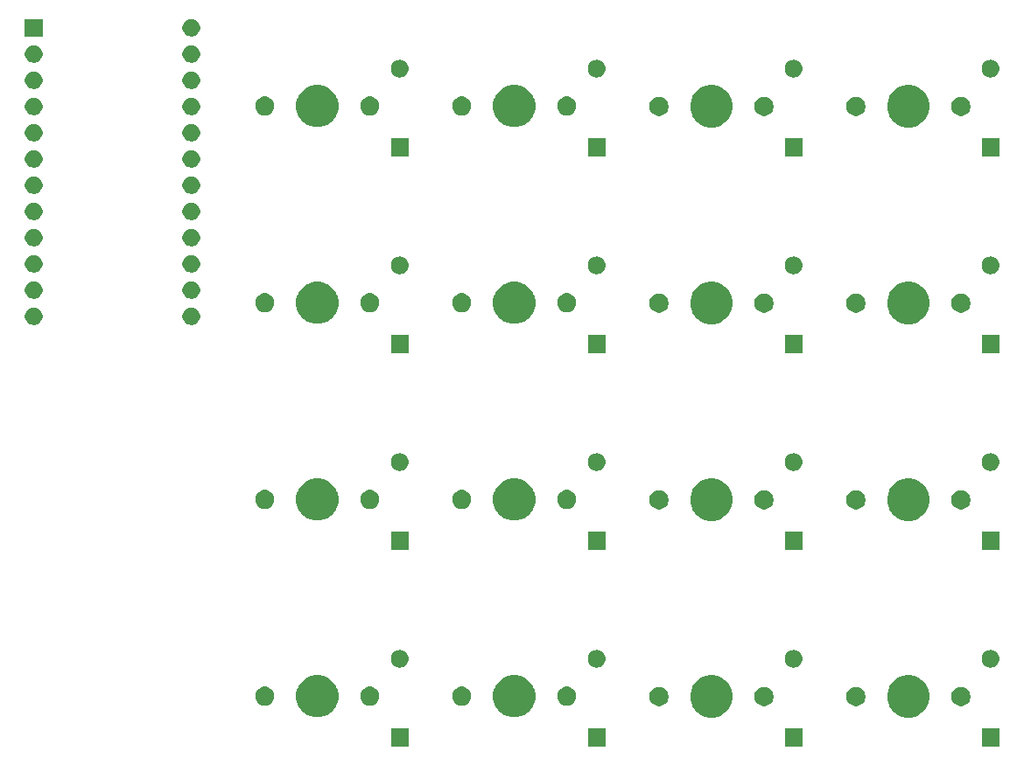
<source format=gts>
G04 #@! TF.GenerationSoftware,KiCad,Pcbnew,(5.1.4)-1*
G04 #@! TF.CreationDate,2021-04-02T02:31:54+02:00*
G04 #@! TF.ProjectId,pcb-test,7063622d-7465-4737-942e-6b696361645f,rev?*
G04 #@! TF.SameCoordinates,Original*
G04 #@! TF.FileFunction,Soldermask,Top*
G04 #@! TF.FilePolarity,Negative*
%FSLAX46Y46*%
G04 Gerber Fmt 4.6, Leading zero omitted, Abs format (unit mm)*
G04 Created by KiCad (PCBNEW (5.1.4)-1) date 2021-04-02 02:31:54*
%MOMM*%
%LPD*%
G04 APERTURE LIST*
%ADD10C,0.100000*%
G04 APERTURE END LIST*
D10*
G36*
X164363500Y-147694750D02*
G01*
X162661500Y-147694750D01*
X162661500Y-145992750D01*
X164363500Y-145992750D01*
X164363500Y-147694750D01*
X164363500Y-147694750D01*
G37*
G36*
X183413500Y-147694750D02*
G01*
X181711500Y-147694750D01*
X181711500Y-145992750D01*
X183413500Y-145992750D01*
X183413500Y-147694750D01*
X183413500Y-147694750D01*
G37*
G36*
X202463500Y-147694750D02*
G01*
X200761500Y-147694750D01*
X200761500Y-145992750D01*
X202463500Y-145992750D01*
X202463500Y-147694750D01*
X202463500Y-147694750D01*
G37*
G36*
X145313500Y-147694750D02*
G01*
X143611500Y-147694750D01*
X143611500Y-145992750D01*
X145313500Y-145992750D01*
X145313500Y-147694750D01*
X145313500Y-147694750D01*
G37*
G36*
X194271474Y-140908684D02*
G01*
X194489474Y-140998983D01*
X194643623Y-141062833D01*
X194978548Y-141286623D01*
X195263377Y-141571452D01*
X195487167Y-141906377D01*
X195519562Y-141984586D01*
X195641316Y-142278526D01*
X195719900Y-142673594D01*
X195719900Y-143076406D01*
X195641316Y-143471474D01*
X195551017Y-143689474D01*
X195487167Y-143843623D01*
X195263377Y-144178548D01*
X194978548Y-144463377D01*
X194643623Y-144687167D01*
X194489474Y-144751017D01*
X194271474Y-144841316D01*
X193876406Y-144919900D01*
X193473594Y-144919900D01*
X193078526Y-144841316D01*
X192860526Y-144751017D01*
X192706377Y-144687167D01*
X192371452Y-144463377D01*
X192086623Y-144178548D01*
X191862833Y-143843623D01*
X191798983Y-143689474D01*
X191708684Y-143471474D01*
X191630100Y-143076406D01*
X191630100Y-142673594D01*
X191708684Y-142278526D01*
X191830438Y-141984586D01*
X191862833Y-141906377D01*
X192086623Y-141571452D01*
X192371452Y-141286623D01*
X192706377Y-141062833D01*
X192860526Y-140998983D01*
X193078526Y-140908684D01*
X193473594Y-140830100D01*
X193876406Y-140830100D01*
X194271474Y-140908684D01*
X194271474Y-140908684D01*
G37*
G36*
X175221474Y-140908684D02*
G01*
X175439474Y-140998983D01*
X175593623Y-141062833D01*
X175928548Y-141286623D01*
X176213377Y-141571452D01*
X176437167Y-141906377D01*
X176469562Y-141984586D01*
X176591316Y-142278526D01*
X176669900Y-142673594D01*
X176669900Y-143076406D01*
X176591316Y-143471474D01*
X176501017Y-143689474D01*
X176437167Y-143843623D01*
X176213377Y-144178548D01*
X175928548Y-144463377D01*
X175593623Y-144687167D01*
X175439474Y-144751017D01*
X175221474Y-144841316D01*
X174826406Y-144919900D01*
X174423594Y-144919900D01*
X174028526Y-144841316D01*
X173810526Y-144751017D01*
X173656377Y-144687167D01*
X173321452Y-144463377D01*
X173036623Y-144178548D01*
X172812833Y-143843623D01*
X172748983Y-143689474D01*
X172658684Y-143471474D01*
X172580100Y-143076406D01*
X172580100Y-142673594D01*
X172658684Y-142278526D01*
X172780438Y-141984586D01*
X172812833Y-141906377D01*
X173036623Y-141571452D01*
X173321452Y-141286623D01*
X173656377Y-141062833D01*
X173810526Y-140998983D01*
X174028526Y-140908684D01*
X174423594Y-140830100D01*
X174826406Y-140830100D01*
X175221474Y-140908684D01*
X175221474Y-140908684D01*
G37*
G36*
X137089724Y-140876934D02*
G01*
X137307724Y-140967233D01*
X137461873Y-141031083D01*
X137796798Y-141254873D01*
X138081627Y-141539702D01*
X138305417Y-141874627D01*
X138337812Y-141952836D01*
X138459566Y-142246776D01*
X138538150Y-142641844D01*
X138538150Y-143044656D01*
X138459566Y-143439724D01*
X138408701Y-143562522D01*
X138305417Y-143811873D01*
X138081627Y-144146798D01*
X137796798Y-144431627D01*
X137461873Y-144655417D01*
X137385221Y-144687167D01*
X137089724Y-144809566D01*
X136694656Y-144888150D01*
X136291844Y-144888150D01*
X135896776Y-144809566D01*
X135601279Y-144687167D01*
X135524627Y-144655417D01*
X135189702Y-144431627D01*
X134904873Y-144146798D01*
X134681083Y-143811873D01*
X134577799Y-143562522D01*
X134526934Y-143439724D01*
X134448350Y-143044656D01*
X134448350Y-142641844D01*
X134526934Y-142246776D01*
X134648688Y-141952836D01*
X134681083Y-141874627D01*
X134904873Y-141539702D01*
X135189702Y-141254873D01*
X135524627Y-141031083D01*
X135678776Y-140967233D01*
X135896776Y-140876934D01*
X136291844Y-140798350D01*
X136694656Y-140798350D01*
X137089724Y-140876934D01*
X137089724Y-140876934D01*
G37*
G36*
X156139724Y-140876934D02*
G01*
X156357724Y-140967233D01*
X156511873Y-141031083D01*
X156846798Y-141254873D01*
X157131627Y-141539702D01*
X157355417Y-141874627D01*
X157387812Y-141952836D01*
X157509566Y-142246776D01*
X157588150Y-142641844D01*
X157588150Y-143044656D01*
X157509566Y-143439724D01*
X157458701Y-143562522D01*
X157355417Y-143811873D01*
X157131627Y-144146798D01*
X156846798Y-144431627D01*
X156511873Y-144655417D01*
X156435221Y-144687167D01*
X156139724Y-144809566D01*
X155744656Y-144888150D01*
X155341844Y-144888150D01*
X154946776Y-144809566D01*
X154651279Y-144687167D01*
X154574627Y-144655417D01*
X154239702Y-144431627D01*
X153954873Y-144146798D01*
X153731083Y-143811873D01*
X153627799Y-143562522D01*
X153576934Y-143439724D01*
X153498350Y-143044656D01*
X153498350Y-142641844D01*
X153576934Y-142246776D01*
X153698688Y-141952836D01*
X153731083Y-141874627D01*
X153954873Y-141539702D01*
X154239702Y-141254873D01*
X154574627Y-141031083D01*
X154728776Y-140967233D01*
X154946776Y-140876934D01*
X155341844Y-140798350D01*
X155744656Y-140798350D01*
X156139724Y-140876934D01*
X156139724Y-140876934D01*
G37*
G36*
X169815104Y-141984585D02*
G01*
X169983626Y-142054389D01*
X170135291Y-142155728D01*
X170264272Y-142284709D01*
X170365611Y-142436374D01*
X170435415Y-142604896D01*
X170471000Y-142783797D01*
X170471000Y-142966203D01*
X170435415Y-143145104D01*
X170365611Y-143313626D01*
X170264272Y-143465291D01*
X170135291Y-143594272D01*
X169983626Y-143695611D01*
X169815104Y-143765415D01*
X169636203Y-143801000D01*
X169453797Y-143801000D01*
X169274896Y-143765415D01*
X169106374Y-143695611D01*
X168954709Y-143594272D01*
X168825728Y-143465291D01*
X168724389Y-143313626D01*
X168654585Y-143145104D01*
X168619000Y-142966203D01*
X168619000Y-142783797D01*
X168654585Y-142604896D01*
X168724389Y-142436374D01*
X168825728Y-142284709D01*
X168954709Y-142155728D01*
X169106374Y-142054389D01*
X169274896Y-141984585D01*
X169453797Y-141949000D01*
X169636203Y-141949000D01*
X169815104Y-141984585D01*
X169815104Y-141984585D01*
G37*
G36*
X199025104Y-141984585D02*
G01*
X199193626Y-142054389D01*
X199345291Y-142155728D01*
X199474272Y-142284709D01*
X199575611Y-142436374D01*
X199645415Y-142604896D01*
X199681000Y-142783797D01*
X199681000Y-142966203D01*
X199645415Y-143145104D01*
X199575611Y-143313626D01*
X199474272Y-143465291D01*
X199345291Y-143594272D01*
X199193626Y-143695611D01*
X199025104Y-143765415D01*
X198846203Y-143801000D01*
X198663797Y-143801000D01*
X198484896Y-143765415D01*
X198316374Y-143695611D01*
X198164709Y-143594272D01*
X198035728Y-143465291D01*
X197934389Y-143313626D01*
X197864585Y-143145104D01*
X197829000Y-142966203D01*
X197829000Y-142783797D01*
X197864585Y-142604896D01*
X197934389Y-142436374D01*
X198035728Y-142284709D01*
X198164709Y-142155728D01*
X198316374Y-142054389D01*
X198484896Y-141984585D01*
X198663797Y-141949000D01*
X198846203Y-141949000D01*
X199025104Y-141984585D01*
X199025104Y-141984585D01*
G37*
G36*
X188865104Y-141984585D02*
G01*
X189033626Y-142054389D01*
X189185291Y-142155728D01*
X189314272Y-142284709D01*
X189415611Y-142436374D01*
X189485415Y-142604896D01*
X189521000Y-142783797D01*
X189521000Y-142966203D01*
X189485415Y-143145104D01*
X189415611Y-143313626D01*
X189314272Y-143465291D01*
X189185291Y-143594272D01*
X189033626Y-143695611D01*
X188865104Y-143765415D01*
X188686203Y-143801000D01*
X188503797Y-143801000D01*
X188324896Y-143765415D01*
X188156374Y-143695611D01*
X188004709Y-143594272D01*
X187875728Y-143465291D01*
X187774389Y-143313626D01*
X187704585Y-143145104D01*
X187669000Y-142966203D01*
X187669000Y-142783797D01*
X187704585Y-142604896D01*
X187774389Y-142436374D01*
X187875728Y-142284709D01*
X188004709Y-142155728D01*
X188156374Y-142054389D01*
X188324896Y-141984585D01*
X188503797Y-141949000D01*
X188686203Y-141949000D01*
X188865104Y-141984585D01*
X188865104Y-141984585D01*
G37*
G36*
X179975104Y-141984585D02*
G01*
X180143626Y-142054389D01*
X180295291Y-142155728D01*
X180424272Y-142284709D01*
X180525611Y-142436374D01*
X180595415Y-142604896D01*
X180631000Y-142783797D01*
X180631000Y-142966203D01*
X180595415Y-143145104D01*
X180525611Y-143313626D01*
X180424272Y-143465291D01*
X180295291Y-143594272D01*
X180143626Y-143695611D01*
X179975104Y-143765415D01*
X179796203Y-143801000D01*
X179613797Y-143801000D01*
X179434896Y-143765415D01*
X179266374Y-143695611D01*
X179114709Y-143594272D01*
X178985728Y-143465291D01*
X178884389Y-143313626D01*
X178814585Y-143145104D01*
X178779000Y-142966203D01*
X178779000Y-142783797D01*
X178814585Y-142604896D01*
X178884389Y-142436374D01*
X178985728Y-142284709D01*
X179114709Y-142155728D01*
X179266374Y-142054389D01*
X179434896Y-141984585D01*
X179613797Y-141949000D01*
X179796203Y-141949000D01*
X179975104Y-141984585D01*
X179975104Y-141984585D01*
G37*
G36*
X131683354Y-141952835D02*
G01*
X131851876Y-142022639D01*
X132003541Y-142123978D01*
X132132522Y-142252959D01*
X132233861Y-142404624D01*
X132303665Y-142573146D01*
X132339250Y-142752047D01*
X132339250Y-142934453D01*
X132303665Y-143113354D01*
X132233861Y-143281876D01*
X132132522Y-143433541D01*
X132003541Y-143562522D01*
X131851876Y-143663861D01*
X131683354Y-143733665D01*
X131504453Y-143769250D01*
X131322047Y-143769250D01*
X131143146Y-143733665D01*
X130974624Y-143663861D01*
X130822959Y-143562522D01*
X130693978Y-143433541D01*
X130592639Y-143281876D01*
X130522835Y-143113354D01*
X130487250Y-142934453D01*
X130487250Y-142752047D01*
X130522835Y-142573146D01*
X130592639Y-142404624D01*
X130693978Y-142252959D01*
X130822959Y-142123978D01*
X130974624Y-142022639D01*
X131143146Y-141952835D01*
X131322047Y-141917250D01*
X131504453Y-141917250D01*
X131683354Y-141952835D01*
X131683354Y-141952835D01*
G37*
G36*
X141843354Y-141952835D02*
G01*
X142011876Y-142022639D01*
X142163541Y-142123978D01*
X142292522Y-142252959D01*
X142393861Y-142404624D01*
X142463665Y-142573146D01*
X142499250Y-142752047D01*
X142499250Y-142934453D01*
X142463665Y-143113354D01*
X142393861Y-143281876D01*
X142292522Y-143433541D01*
X142163541Y-143562522D01*
X142011876Y-143663861D01*
X141843354Y-143733665D01*
X141664453Y-143769250D01*
X141482047Y-143769250D01*
X141303146Y-143733665D01*
X141134624Y-143663861D01*
X140982959Y-143562522D01*
X140853978Y-143433541D01*
X140752639Y-143281876D01*
X140682835Y-143113354D01*
X140647250Y-142934453D01*
X140647250Y-142752047D01*
X140682835Y-142573146D01*
X140752639Y-142404624D01*
X140853978Y-142252959D01*
X140982959Y-142123978D01*
X141134624Y-142022639D01*
X141303146Y-141952835D01*
X141482047Y-141917250D01*
X141664453Y-141917250D01*
X141843354Y-141952835D01*
X141843354Y-141952835D01*
G37*
G36*
X150733354Y-141952835D02*
G01*
X150901876Y-142022639D01*
X151053541Y-142123978D01*
X151182522Y-142252959D01*
X151283861Y-142404624D01*
X151353665Y-142573146D01*
X151389250Y-142752047D01*
X151389250Y-142934453D01*
X151353665Y-143113354D01*
X151283861Y-143281876D01*
X151182522Y-143433541D01*
X151053541Y-143562522D01*
X150901876Y-143663861D01*
X150733354Y-143733665D01*
X150554453Y-143769250D01*
X150372047Y-143769250D01*
X150193146Y-143733665D01*
X150024624Y-143663861D01*
X149872959Y-143562522D01*
X149743978Y-143433541D01*
X149642639Y-143281876D01*
X149572835Y-143113354D01*
X149537250Y-142934453D01*
X149537250Y-142752047D01*
X149572835Y-142573146D01*
X149642639Y-142404624D01*
X149743978Y-142252959D01*
X149872959Y-142123978D01*
X150024624Y-142022639D01*
X150193146Y-141952835D01*
X150372047Y-141917250D01*
X150554453Y-141917250D01*
X150733354Y-141952835D01*
X150733354Y-141952835D01*
G37*
G36*
X160893354Y-141952835D02*
G01*
X161061876Y-142022639D01*
X161213541Y-142123978D01*
X161342522Y-142252959D01*
X161443861Y-142404624D01*
X161513665Y-142573146D01*
X161549250Y-142752047D01*
X161549250Y-142934453D01*
X161513665Y-143113354D01*
X161443861Y-143281876D01*
X161342522Y-143433541D01*
X161213541Y-143562522D01*
X161061876Y-143663861D01*
X160893354Y-143733665D01*
X160714453Y-143769250D01*
X160532047Y-143769250D01*
X160353146Y-143733665D01*
X160184624Y-143663861D01*
X160032959Y-143562522D01*
X159903978Y-143433541D01*
X159802639Y-143281876D01*
X159732835Y-143113354D01*
X159697250Y-142934453D01*
X159697250Y-142752047D01*
X159732835Y-142573146D01*
X159802639Y-142404624D01*
X159903978Y-142252959D01*
X160032959Y-142123978D01*
X160184624Y-142022639D01*
X160353146Y-141952835D01*
X160532047Y-141917250D01*
X160714453Y-141917250D01*
X160893354Y-141952835D01*
X160893354Y-141952835D01*
G37*
G36*
X201779323Y-138385063D02*
G01*
X201939742Y-138433726D01*
X202072406Y-138504636D01*
X202087578Y-138512746D01*
X202217159Y-138619091D01*
X202323504Y-138748672D01*
X202323505Y-138748674D01*
X202402524Y-138896508D01*
X202451187Y-139056927D01*
X202467617Y-139223750D01*
X202451187Y-139390573D01*
X202402524Y-139550992D01*
X202331614Y-139683656D01*
X202323504Y-139698828D01*
X202217159Y-139828409D01*
X202087578Y-139934754D01*
X202087576Y-139934755D01*
X201939742Y-140013774D01*
X201779323Y-140062437D01*
X201654304Y-140074750D01*
X201570696Y-140074750D01*
X201445677Y-140062437D01*
X201285258Y-140013774D01*
X201137424Y-139934755D01*
X201137422Y-139934754D01*
X201007841Y-139828409D01*
X200901496Y-139698828D01*
X200893386Y-139683656D01*
X200822476Y-139550992D01*
X200773813Y-139390573D01*
X200757383Y-139223750D01*
X200773813Y-139056927D01*
X200822476Y-138896508D01*
X200901495Y-138748674D01*
X200901496Y-138748672D01*
X201007841Y-138619091D01*
X201137422Y-138512746D01*
X201152594Y-138504636D01*
X201285258Y-138433726D01*
X201445677Y-138385063D01*
X201570696Y-138372750D01*
X201654304Y-138372750D01*
X201779323Y-138385063D01*
X201779323Y-138385063D01*
G37*
G36*
X144629323Y-138385063D02*
G01*
X144789742Y-138433726D01*
X144922406Y-138504636D01*
X144937578Y-138512746D01*
X145067159Y-138619091D01*
X145173504Y-138748672D01*
X145173505Y-138748674D01*
X145252524Y-138896508D01*
X145301187Y-139056927D01*
X145317617Y-139223750D01*
X145301187Y-139390573D01*
X145252524Y-139550992D01*
X145181614Y-139683656D01*
X145173504Y-139698828D01*
X145067159Y-139828409D01*
X144937578Y-139934754D01*
X144937576Y-139934755D01*
X144789742Y-140013774D01*
X144629323Y-140062437D01*
X144504304Y-140074750D01*
X144420696Y-140074750D01*
X144295677Y-140062437D01*
X144135258Y-140013774D01*
X143987424Y-139934755D01*
X143987422Y-139934754D01*
X143857841Y-139828409D01*
X143751496Y-139698828D01*
X143743386Y-139683656D01*
X143672476Y-139550992D01*
X143623813Y-139390573D01*
X143607383Y-139223750D01*
X143623813Y-139056927D01*
X143672476Y-138896508D01*
X143751495Y-138748674D01*
X143751496Y-138748672D01*
X143857841Y-138619091D01*
X143987422Y-138512746D01*
X144002594Y-138504636D01*
X144135258Y-138433726D01*
X144295677Y-138385063D01*
X144420696Y-138372750D01*
X144504304Y-138372750D01*
X144629323Y-138385063D01*
X144629323Y-138385063D01*
G37*
G36*
X163679323Y-138385063D02*
G01*
X163839742Y-138433726D01*
X163972406Y-138504636D01*
X163987578Y-138512746D01*
X164117159Y-138619091D01*
X164223504Y-138748672D01*
X164223505Y-138748674D01*
X164302524Y-138896508D01*
X164351187Y-139056927D01*
X164367617Y-139223750D01*
X164351187Y-139390573D01*
X164302524Y-139550992D01*
X164231614Y-139683656D01*
X164223504Y-139698828D01*
X164117159Y-139828409D01*
X163987578Y-139934754D01*
X163987576Y-139934755D01*
X163839742Y-140013774D01*
X163679323Y-140062437D01*
X163554304Y-140074750D01*
X163470696Y-140074750D01*
X163345677Y-140062437D01*
X163185258Y-140013774D01*
X163037424Y-139934755D01*
X163037422Y-139934754D01*
X162907841Y-139828409D01*
X162801496Y-139698828D01*
X162793386Y-139683656D01*
X162722476Y-139550992D01*
X162673813Y-139390573D01*
X162657383Y-139223750D01*
X162673813Y-139056927D01*
X162722476Y-138896508D01*
X162801495Y-138748674D01*
X162801496Y-138748672D01*
X162907841Y-138619091D01*
X163037422Y-138512746D01*
X163052594Y-138504636D01*
X163185258Y-138433726D01*
X163345677Y-138385063D01*
X163470696Y-138372750D01*
X163554304Y-138372750D01*
X163679323Y-138385063D01*
X163679323Y-138385063D01*
G37*
G36*
X182729323Y-138385063D02*
G01*
X182889742Y-138433726D01*
X183022406Y-138504636D01*
X183037578Y-138512746D01*
X183167159Y-138619091D01*
X183273504Y-138748672D01*
X183273505Y-138748674D01*
X183352524Y-138896508D01*
X183401187Y-139056927D01*
X183417617Y-139223750D01*
X183401187Y-139390573D01*
X183352524Y-139550992D01*
X183281614Y-139683656D01*
X183273504Y-139698828D01*
X183167159Y-139828409D01*
X183037578Y-139934754D01*
X183037576Y-139934755D01*
X182889742Y-140013774D01*
X182729323Y-140062437D01*
X182604304Y-140074750D01*
X182520696Y-140074750D01*
X182395677Y-140062437D01*
X182235258Y-140013774D01*
X182087424Y-139934755D01*
X182087422Y-139934754D01*
X181957841Y-139828409D01*
X181851496Y-139698828D01*
X181843386Y-139683656D01*
X181772476Y-139550992D01*
X181723813Y-139390573D01*
X181707383Y-139223750D01*
X181723813Y-139056927D01*
X181772476Y-138896508D01*
X181851495Y-138748674D01*
X181851496Y-138748672D01*
X181957841Y-138619091D01*
X182087422Y-138512746D01*
X182102594Y-138504636D01*
X182235258Y-138433726D01*
X182395677Y-138385063D01*
X182520696Y-138372750D01*
X182604304Y-138372750D01*
X182729323Y-138385063D01*
X182729323Y-138385063D01*
G37*
G36*
X183413500Y-128644750D02*
G01*
X181711500Y-128644750D01*
X181711500Y-126942750D01*
X183413500Y-126942750D01*
X183413500Y-128644750D01*
X183413500Y-128644750D01*
G37*
G36*
X145313500Y-128644750D02*
G01*
X143611500Y-128644750D01*
X143611500Y-126942750D01*
X145313500Y-126942750D01*
X145313500Y-128644750D01*
X145313500Y-128644750D01*
G37*
G36*
X202463500Y-128644750D02*
G01*
X200761500Y-128644750D01*
X200761500Y-126942750D01*
X202463500Y-126942750D01*
X202463500Y-128644750D01*
X202463500Y-128644750D01*
G37*
G36*
X164363500Y-128644750D02*
G01*
X162661500Y-128644750D01*
X162661500Y-126942750D01*
X164363500Y-126942750D01*
X164363500Y-128644750D01*
X164363500Y-128644750D01*
G37*
G36*
X175221474Y-121858684D02*
G01*
X175439474Y-121948983D01*
X175593623Y-122012833D01*
X175928548Y-122236623D01*
X176213377Y-122521452D01*
X176437167Y-122856377D01*
X176469562Y-122934586D01*
X176591316Y-123228526D01*
X176669900Y-123623594D01*
X176669900Y-124026406D01*
X176591316Y-124421474D01*
X176501017Y-124639474D01*
X176437167Y-124793623D01*
X176213377Y-125128548D01*
X175928548Y-125413377D01*
X175593623Y-125637167D01*
X175439474Y-125701017D01*
X175221474Y-125791316D01*
X174826406Y-125869900D01*
X174423594Y-125869900D01*
X174028526Y-125791316D01*
X173810526Y-125701017D01*
X173656377Y-125637167D01*
X173321452Y-125413377D01*
X173036623Y-125128548D01*
X172812833Y-124793623D01*
X172748983Y-124639474D01*
X172658684Y-124421474D01*
X172580100Y-124026406D01*
X172580100Y-123623594D01*
X172658684Y-123228526D01*
X172780438Y-122934586D01*
X172812833Y-122856377D01*
X173036623Y-122521452D01*
X173321452Y-122236623D01*
X173656377Y-122012833D01*
X173810526Y-121948983D01*
X174028526Y-121858684D01*
X174423594Y-121780100D01*
X174826406Y-121780100D01*
X175221474Y-121858684D01*
X175221474Y-121858684D01*
G37*
G36*
X194271474Y-121858684D02*
G01*
X194489474Y-121948983D01*
X194643623Y-122012833D01*
X194978548Y-122236623D01*
X195263377Y-122521452D01*
X195487167Y-122856377D01*
X195519562Y-122934586D01*
X195641316Y-123228526D01*
X195719900Y-123623594D01*
X195719900Y-124026406D01*
X195641316Y-124421474D01*
X195551017Y-124639474D01*
X195487167Y-124793623D01*
X195263377Y-125128548D01*
X194978548Y-125413377D01*
X194643623Y-125637167D01*
X194489474Y-125701017D01*
X194271474Y-125791316D01*
X193876406Y-125869900D01*
X193473594Y-125869900D01*
X193078526Y-125791316D01*
X192860526Y-125701017D01*
X192706377Y-125637167D01*
X192371452Y-125413377D01*
X192086623Y-125128548D01*
X191862833Y-124793623D01*
X191798983Y-124639474D01*
X191708684Y-124421474D01*
X191630100Y-124026406D01*
X191630100Y-123623594D01*
X191708684Y-123228526D01*
X191830438Y-122934586D01*
X191862833Y-122856377D01*
X192086623Y-122521452D01*
X192371452Y-122236623D01*
X192706377Y-122012833D01*
X192860526Y-121948983D01*
X193078526Y-121858684D01*
X193473594Y-121780100D01*
X193876406Y-121780100D01*
X194271474Y-121858684D01*
X194271474Y-121858684D01*
G37*
G36*
X137089724Y-121826934D02*
G01*
X137307724Y-121917233D01*
X137461873Y-121981083D01*
X137796798Y-122204873D01*
X138081627Y-122489702D01*
X138305417Y-122824627D01*
X138337812Y-122902836D01*
X138459566Y-123196776D01*
X138538150Y-123591844D01*
X138538150Y-123994656D01*
X138459566Y-124389724D01*
X138408701Y-124512522D01*
X138305417Y-124761873D01*
X138081627Y-125096798D01*
X137796798Y-125381627D01*
X137461873Y-125605417D01*
X137385221Y-125637167D01*
X137089724Y-125759566D01*
X136694656Y-125838150D01*
X136291844Y-125838150D01*
X135896776Y-125759566D01*
X135601279Y-125637167D01*
X135524627Y-125605417D01*
X135189702Y-125381627D01*
X134904873Y-125096798D01*
X134681083Y-124761873D01*
X134577799Y-124512522D01*
X134526934Y-124389724D01*
X134448350Y-123994656D01*
X134448350Y-123591844D01*
X134526934Y-123196776D01*
X134648688Y-122902836D01*
X134681083Y-122824627D01*
X134904873Y-122489702D01*
X135189702Y-122204873D01*
X135524627Y-121981083D01*
X135678776Y-121917233D01*
X135896776Y-121826934D01*
X136291844Y-121748350D01*
X136694656Y-121748350D01*
X137089724Y-121826934D01*
X137089724Y-121826934D01*
G37*
G36*
X156139724Y-121826934D02*
G01*
X156357724Y-121917233D01*
X156511873Y-121981083D01*
X156846798Y-122204873D01*
X157131627Y-122489702D01*
X157355417Y-122824627D01*
X157387812Y-122902836D01*
X157509566Y-123196776D01*
X157588150Y-123591844D01*
X157588150Y-123994656D01*
X157509566Y-124389724D01*
X157458701Y-124512522D01*
X157355417Y-124761873D01*
X157131627Y-125096798D01*
X156846798Y-125381627D01*
X156511873Y-125605417D01*
X156435221Y-125637167D01*
X156139724Y-125759566D01*
X155744656Y-125838150D01*
X155341844Y-125838150D01*
X154946776Y-125759566D01*
X154651279Y-125637167D01*
X154574627Y-125605417D01*
X154239702Y-125381627D01*
X153954873Y-125096798D01*
X153731083Y-124761873D01*
X153627799Y-124512522D01*
X153576934Y-124389724D01*
X153498350Y-123994656D01*
X153498350Y-123591844D01*
X153576934Y-123196776D01*
X153698688Y-122902836D01*
X153731083Y-122824627D01*
X153954873Y-122489702D01*
X154239702Y-122204873D01*
X154574627Y-121981083D01*
X154728776Y-121917233D01*
X154946776Y-121826934D01*
X155341844Y-121748350D01*
X155744656Y-121748350D01*
X156139724Y-121826934D01*
X156139724Y-121826934D01*
G37*
G36*
X179975104Y-122934585D02*
G01*
X180143626Y-123004389D01*
X180295291Y-123105728D01*
X180424272Y-123234709D01*
X180525611Y-123386374D01*
X180595415Y-123554896D01*
X180631000Y-123733797D01*
X180631000Y-123916203D01*
X180595415Y-124095104D01*
X180525611Y-124263626D01*
X180424272Y-124415291D01*
X180295291Y-124544272D01*
X180143626Y-124645611D01*
X179975104Y-124715415D01*
X179796203Y-124751000D01*
X179613797Y-124751000D01*
X179434896Y-124715415D01*
X179266374Y-124645611D01*
X179114709Y-124544272D01*
X178985728Y-124415291D01*
X178884389Y-124263626D01*
X178814585Y-124095104D01*
X178779000Y-123916203D01*
X178779000Y-123733797D01*
X178814585Y-123554896D01*
X178884389Y-123386374D01*
X178985728Y-123234709D01*
X179114709Y-123105728D01*
X179266374Y-123004389D01*
X179434896Y-122934585D01*
X179613797Y-122899000D01*
X179796203Y-122899000D01*
X179975104Y-122934585D01*
X179975104Y-122934585D01*
G37*
G36*
X188865104Y-122934585D02*
G01*
X189033626Y-123004389D01*
X189185291Y-123105728D01*
X189314272Y-123234709D01*
X189415611Y-123386374D01*
X189485415Y-123554896D01*
X189521000Y-123733797D01*
X189521000Y-123916203D01*
X189485415Y-124095104D01*
X189415611Y-124263626D01*
X189314272Y-124415291D01*
X189185291Y-124544272D01*
X189033626Y-124645611D01*
X188865104Y-124715415D01*
X188686203Y-124751000D01*
X188503797Y-124751000D01*
X188324896Y-124715415D01*
X188156374Y-124645611D01*
X188004709Y-124544272D01*
X187875728Y-124415291D01*
X187774389Y-124263626D01*
X187704585Y-124095104D01*
X187669000Y-123916203D01*
X187669000Y-123733797D01*
X187704585Y-123554896D01*
X187774389Y-123386374D01*
X187875728Y-123234709D01*
X188004709Y-123105728D01*
X188156374Y-123004389D01*
X188324896Y-122934585D01*
X188503797Y-122899000D01*
X188686203Y-122899000D01*
X188865104Y-122934585D01*
X188865104Y-122934585D01*
G37*
G36*
X199025104Y-122934585D02*
G01*
X199193626Y-123004389D01*
X199345291Y-123105728D01*
X199474272Y-123234709D01*
X199575611Y-123386374D01*
X199645415Y-123554896D01*
X199681000Y-123733797D01*
X199681000Y-123916203D01*
X199645415Y-124095104D01*
X199575611Y-124263626D01*
X199474272Y-124415291D01*
X199345291Y-124544272D01*
X199193626Y-124645611D01*
X199025104Y-124715415D01*
X198846203Y-124751000D01*
X198663797Y-124751000D01*
X198484896Y-124715415D01*
X198316374Y-124645611D01*
X198164709Y-124544272D01*
X198035728Y-124415291D01*
X197934389Y-124263626D01*
X197864585Y-124095104D01*
X197829000Y-123916203D01*
X197829000Y-123733797D01*
X197864585Y-123554896D01*
X197934389Y-123386374D01*
X198035728Y-123234709D01*
X198164709Y-123105728D01*
X198316374Y-123004389D01*
X198484896Y-122934585D01*
X198663797Y-122899000D01*
X198846203Y-122899000D01*
X199025104Y-122934585D01*
X199025104Y-122934585D01*
G37*
G36*
X169815104Y-122934585D02*
G01*
X169983626Y-123004389D01*
X170135291Y-123105728D01*
X170264272Y-123234709D01*
X170365611Y-123386374D01*
X170435415Y-123554896D01*
X170471000Y-123733797D01*
X170471000Y-123916203D01*
X170435415Y-124095104D01*
X170365611Y-124263626D01*
X170264272Y-124415291D01*
X170135291Y-124544272D01*
X169983626Y-124645611D01*
X169815104Y-124715415D01*
X169636203Y-124751000D01*
X169453797Y-124751000D01*
X169274896Y-124715415D01*
X169106374Y-124645611D01*
X168954709Y-124544272D01*
X168825728Y-124415291D01*
X168724389Y-124263626D01*
X168654585Y-124095104D01*
X168619000Y-123916203D01*
X168619000Y-123733797D01*
X168654585Y-123554896D01*
X168724389Y-123386374D01*
X168825728Y-123234709D01*
X168954709Y-123105728D01*
X169106374Y-123004389D01*
X169274896Y-122934585D01*
X169453797Y-122899000D01*
X169636203Y-122899000D01*
X169815104Y-122934585D01*
X169815104Y-122934585D01*
G37*
G36*
X141843354Y-122902835D02*
G01*
X142011876Y-122972639D01*
X142163541Y-123073978D01*
X142292522Y-123202959D01*
X142393861Y-123354624D01*
X142463665Y-123523146D01*
X142499250Y-123702047D01*
X142499250Y-123884453D01*
X142463665Y-124063354D01*
X142393861Y-124231876D01*
X142292522Y-124383541D01*
X142163541Y-124512522D01*
X142011876Y-124613861D01*
X141843354Y-124683665D01*
X141664453Y-124719250D01*
X141482047Y-124719250D01*
X141303146Y-124683665D01*
X141134624Y-124613861D01*
X140982959Y-124512522D01*
X140853978Y-124383541D01*
X140752639Y-124231876D01*
X140682835Y-124063354D01*
X140647250Y-123884453D01*
X140647250Y-123702047D01*
X140682835Y-123523146D01*
X140752639Y-123354624D01*
X140853978Y-123202959D01*
X140982959Y-123073978D01*
X141134624Y-122972639D01*
X141303146Y-122902835D01*
X141482047Y-122867250D01*
X141664453Y-122867250D01*
X141843354Y-122902835D01*
X141843354Y-122902835D01*
G37*
G36*
X160893354Y-122902835D02*
G01*
X161061876Y-122972639D01*
X161213541Y-123073978D01*
X161342522Y-123202959D01*
X161443861Y-123354624D01*
X161513665Y-123523146D01*
X161549250Y-123702047D01*
X161549250Y-123884453D01*
X161513665Y-124063354D01*
X161443861Y-124231876D01*
X161342522Y-124383541D01*
X161213541Y-124512522D01*
X161061876Y-124613861D01*
X160893354Y-124683665D01*
X160714453Y-124719250D01*
X160532047Y-124719250D01*
X160353146Y-124683665D01*
X160184624Y-124613861D01*
X160032959Y-124512522D01*
X159903978Y-124383541D01*
X159802639Y-124231876D01*
X159732835Y-124063354D01*
X159697250Y-123884453D01*
X159697250Y-123702047D01*
X159732835Y-123523146D01*
X159802639Y-123354624D01*
X159903978Y-123202959D01*
X160032959Y-123073978D01*
X160184624Y-122972639D01*
X160353146Y-122902835D01*
X160532047Y-122867250D01*
X160714453Y-122867250D01*
X160893354Y-122902835D01*
X160893354Y-122902835D01*
G37*
G36*
X131683354Y-122902835D02*
G01*
X131851876Y-122972639D01*
X132003541Y-123073978D01*
X132132522Y-123202959D01*
X132233861Y-123354624D01*
X132303665Y-123523146D01*
X132339250Y-123702047D01*
X132339250Y-123884453D01*
X132303665Y-124063354D01*
X132233861Y-124231876D01*
X132132522Y-124383541D01*
X132003541Y-124512522D01*
X131851876Y-124613861D01*
X131683354Y-124683665D01*
X131504453Y-124719250D01*
X131322047Y-124719250D01*
X131143146Y-124683665D01*
X130974624Y-124613861D01*
X130822959Y-124512522D01*
X130693978Y-124383541D01*
X130592639Y-124231876D01*
X130522835Y-124063354D01*
X130487250Y-123884453D01*
X130487250Y-123702047D01*
X130522835Y-123523146D01*
X130592639Y-123354624D01*
X130693978Y-123202959D01*
X130822959Y-123073978D01*
X130974624Y-122972639D01*
X131143146Y-122902835D01*
X131322047Y-122867250D01*
X131504453Y-122867250D01*
X131683354Y-122902835D01*
X131683354Y-122902835D01*
G37*
G36*
X150733354Y-122902835D02*
G01*
X150901876Y-122972639D01*
X151053541Y-123073978D01*
X151182522Y-123202959D01*
X151283861Y-123354624D01*
X151353665Y-123523146D01*
X151389250Y-123702047D01*
X151389250Y-123884453D01*
X151353665Y-124063354D01*
X151283861Y-124231876D01*
X151182522Y-124383541D01*
X151053541Y-124512522D01*
X150901876Y-124613861D01*
X150733354Y-124683665D01*
X150554453Y-124719250D01*
X150372047Y-124719250D01*
X150193146Y-124683665D01*
X150024624Y-124613861D01*
X149872959Y-124512522D01*
X149743978Y-124383541D01*
X149642639Y-124231876D01*
X149572835Y-124063354D01*
X149537250Y-123884453D01*
X149537250Y-123702047D01*
X149572835Y-123523146D01*
X149642639Y-123354624D01*
X149743978Y-123202959D01*
X149872959Y-123073978D01*
X150024624Y-122972639D01*
X150193146Y-122902835D01*
X150372047Y-122867250D01*
X150554453Y-122867250D01*
X150733354Y-122902835D01*
X150733354Y-122902835D01*
G37*
G36*
X144629323Y-119335063D02*
G01*
X144789742Y-119383726D01*
X144922406Y-119454636D01*
X144937578Y-119462746D01*
X145067159Y-119569091D01*
X145173504Y-119698672D01*
X145173505Y-119698674D01*
X145252524Y-119846508D01*
X145301187Y-120006927D01*
X145317617Y-120173750D01*
X145301187Y-120340573D01*
X145252524Y-120500992D01*
X145181614Y-120633656D01*
X145173504Y-120648828D01*
X145067159Y-120778409D01*
X144937578Y-120884754D01*
X144937576Y-120884755D01*
X144789742Y-120963774D01*
X144629323Y-121012437D01*
X144504304Y-121024750D01*
X144420696Y-121024750D01*
X144295677Y-121012437D01*
X144135258Y-120963774D01*
X143987424Y-120884755D01*
X143987422Y-120884754D01*
X143857841Y-120778409D01*
X143751496Y-120648828D01*
X143743386Y-120633656D01*
X143672476Y-120500992D01*
X143623813Y-120340573D01*
X143607383Y-120173750D01*
X143623813Y-120006927D01*
X143672476Y-119846508D01*
X143751495Y-119698674D01*
X143751496Y-119698672D01*
X143857841Y-119569091D01*
X143987422Y-119462746D01*
X144002594Y-119454636D01*
X144135258Y-119383726D01*
X144295677Y-119335063D01*
X144420696Y-119322750D01*
X144504304Y-119322750D01*
X144629323Y-119335063D01*
X144629323Y-119335063D01*
G37*
G36*
X201779323Y-119335063D02*
G01*
X201939742Y-119383726D01*
X202072406Y-119454636D01*
X202087578Y-119462746D01*
X202217159Y-119569091D01*
X202323504Y-119698672D01*
X202323505Y-119698674D01*
X202402524Y-119846508D01*
X202451187Y-120006927D01*
X202467617Y-120173750D01*
X202451187Y-120340573D01*
X202402524Y-120500992D01*
X202331614Y-120633656D01*
X202323504Y-120648828D01*
X202217159Y-120778409D01*
X202087578Y-120884754D01*
X202087576Y-120884755D01*
X201939742Y-120963774D01*
X201779323Y-121012437D01*
X201654304Y-121024750D01*
X201570696Y-121024750D01*
X201445677Y-121012437D01*
X201285258Y-120963774D01*
X201137424Y-120884755D01*
X201137422Y-120884754D01*
X201007841Y-120778409D01*
X200901496Y-120648828D01*
X200893386Y-120633656D01*
X200822476Y-120500992D01*
X200773813Y-120340573D01*
X200757383Y-120173750D01*
X200773813Y-120006927D01*
X200822476Y-119846508D01*
X200901495Y-119698674D01*
X200901496Y-119698672D01*
X201007841Y-119569091D01*
X201137422Y-119462746D01*
X201152594Y-119454636D01*
X201285258Y-119383726D01*
X201445677Y-119335063D01*
X201570696Y-119322750D01*
X201654304Y-119322750D01*
X201779323Y-119335063D01*
X201779323Y-119335063D01*
G37*
G36*
X163679323Y-119335063D02*
G01*
X163839742Y-119383726D01*
X163972406Y-119454636D01*
X163987578Y-119462746D01*
X164117159Y-119569091D01*
X164223504Y-119698672D01*
X164223505Y-119698674D01*
X164302524Y-119846508D01*
X164351187Y-120006927D01*
X164367617Y-120173750D01*
X164351187Y-120340573D01*
X164302524Y-120500992D01*
X164231614Y-120633656D01*
X164223504Y-120648828D01*
X164117159Y-120778409D01*
X163987578Y-120884754D01*
X163987576Y-120884755D01*
X163839742Y-120963774D01*
X163679323Y-121012437D01*
X163554304Y-121024750D01*
X163470696Y-121024750D01*
X163345677Y-121012437D01*
X163185258Y-120963774D01*
X163037424Y-120884755D01*
X163037422Y-120884754D01*
X162907841Y-120778409D01*
X162801496Y-120648828D01*
X162793386Y-120633656D01*
X162722476Y-120500992D01*
X162673813Y-120340573D01*
X162657383Y-120173750D01*
X162673813Y-120006927D01*
X162722476Y-119846508D01*
X162801495Y-119698674D01*
X162801496Y-119698672D01*
X162907841Y-119569091D01*
X163037422Y-119462746D01*
X163052594Y-119454636D01*
X163185258Y-119383726D01*
X163345677Y-119335063D01*
X163470696Y-119322750D01*
X163554304Y-119322750D01*
X163679323Y-119335063D01*
X163679323Y-119335063D01*
G37*
G36*
X182729323Y-119335063D02*
G01*
X182889742Y-119383726D01*
X183022406Y-119454636D01*
X183037578Y-119462746D01*
X183167159Y-119569091D01*
X183273504Y-119698672D01*
X183273505Y-119698674D01*
X183352524Y-119846508D01*
X183401187Y-120006927D01*
X183417617Y-120173750D01*
X183401187Y-120340573D01*
X183352524Y-120500992D01*
X183281614Y-120633656D01*
X183273504Y-120648828D01*
X183167159Y-120778409D01*
X183037578Y-120884754D01*
X183037576Y-120884755D01*
X182889742Y-120963774D01*
X182729323Y-121012437D01*
X182604304Y-121024750D01*
X182520696Y-121024750D01*
X182395677Y-121012437D01*
X182235258Y-120963774D01*
X182087424Y-120884755D01*
X182087422Y-120884754D01*
X181957841Y-120778409D01*
X181851496Y-120648828D01*
X181843386Y-120633656D01*
X181772476Y-120500992D01*
X181723813Y-120340573D01*
X181707383Y-120173750D01*
X181723813Y-120006927D01*
X181772476Y-119846508D01*
X181851495Y-119698674D01*
X181851496Y-119698672D01*
X181957841Y-119569091D01*
X182087422Y-119462746D01*
X182102594Y-119454636D01*
X182235258Y-119383726D01*
X182395677Y-119335063D01*
X182520696Y-119322750D01*
X182604304Y-119322750D01*
X182729323Y-119335063D01*
X182729323Y-119335063D01*
G37*
G36*
X183413500Y-109594750D02*
G01*
X181711500Y-109594750D01*
X181711500Y-107892750D01*
X183413500Y-107892750D01*
X183413500Y-109594750D01*
X183413500Y-109594750D01*
G37*
G36*
X202463500Y-109594750D02*
G01*
X200761500Y-109594750D01*
X200761500Y-107892750D01*
X202463500Y-107892750D01*
X202463500Y-109594750D01*
X202463500Y-109594750D01*
G37*
G36*
X164363500Y-109594750D02*
G01*
X162661500Y-109594750D01*
X162661500Y-107892750D01*
X164363500Y-107892750D01*
X164363500Y-109594750D01*
X164363500Y-109594750D01*
G37*
G36*
X145313500Y-109594750D02*
G01*
X143611500Y-109594750D01*
X143611500Y-107892750D01*
X145313500Y-107892750D01*
X145313500Y-109594750D01*
X145313500Y-109594750D01*
G37*
G36*
X109309478Y-105226703D02*
G01*
X109464350Y-105290853D01*
X109603731Y-105383985D01*
X109722265Y-105502519D01*
X109815397Y-105641900D01*
X109879547Y-105796772D01*
X109912250Y-105961184D01*
X109912250Y-106128816D01*
X109879547Y-106293228D01*
X109815397Y-106448100D01*
X109722265Y-106587481D01*
X109603731Y-106706015D01*
X109464350Y-106799147D01*
X109309478Y-106863297D01*
X109145066Y-106896000D01*
X108977434Y-106896000D01*
X108813022Y-106863297D01*
X108658150Y-106799147D01*
X108518769Y-106706015D01*
X108400235Y-106587481D01*
X108307103Y-106448100D01*
X108242953Y-106293228D01*
X108210250Y-106128816D01*
X108210250Y-105961184D01*
X108242953Y-105796772D01*
X108307103Y-105641900D01*
X108400235Y-105502519D01*
X108518769Y-105383985D01*
X108658150Y-105290853D01*
X108813022Y-105226703D01*
X108977434Y-105194000D01*
X109145066Y-105194000D01*
X109309478Y-105226703D01*
X109309478Y-105226703D01*
G37*
G36*
X124549478Y-105226703D02*
G01*
X124704350Y-105290853D01*
X124843731Y-105383985D01*
X124962265Y-105502519D01*
X125055397Y-105641900D01*
X125119547Y-105796772D01*
X125152250Y-105961184D01*
X125152250Y-106128816D01*
X125119547Y-106293228D01*
X125055397Y-106448100D01*
X124962265Y-106587481D01*
X124843731Y-106706015D01*
X124704350Y-106799147D01*
X124549478Y-106863297D01*
X124385066Y-106896000D01*
X124217434Y-106896000D01*
X124053022Y-106863297D01*
X123898150Y-106799147D01*
X123758769Y-106706015D01*
X123640235Y-106587481D01*
X123547103Y-106448100D01*
X123482953Y-106293228D01*
X123450250Y-106128816D01*
X123450250Y-105961184D01*
X123482953Y-105796772D01*
X123547103Y-105641900D01*
X123640235Y-105502519D01*
X123758769Y-105383985D01*
X123898150Y-105290853D01*
X124053022Y-105226703D01*
X124217434Y-105194000D01*
X124385066Y-105194000D01*
X124549478Y-105226703D01*
X124549478Y-105226703D01*
G37*
G36*
X194271474Y-102808684D02*
G01*
X194489474Y-102898983D01*
X194643623Y-102962833D01*
X194978548Y-103186623D01*
X195263377Y-103471452D01*
X195487167Y-103806377D01*
X195529302Y-103908100D01*
X195641316Y-104178526D01*
X195719900Y-104573594D01*
X195719900Y-104976406D01*
X195641316Y-105371474D01*
X195551017Y-105589474D01*
X195487167Y-105743623D01*
X195263377Y-106078548D01*
X194978548Y-106363377D01*
X194643623Y-106587167D01*
X194489474Y-106651017D01*
X194271474Y-106741316D01*
X193876406Y-106819900D01*
X193473594Y-106819900D01*
X193078526Y-106741316D01*
X192860526Y-106651017D01*
X192706377Y-106587167D01*
X192371452Y-106363377D01*
X192086623Y-106078548D01*
X191862833Y-105743623D01*
X191798983Y-105589474D01*
X191708684Y-105371474D01*
X191630100Y-104976406D01*
X191630100Y-104573594D01*
X191708684Y-104178526D01*
X191820698Y-103908100D01*
X191862833Y-103806377D01*
X192086623Y-103471452D01*
X192371452Y-103186623D01*
X192706377Y-102962833D01*
X192860526Y-102898983D01*
X193078526Y-102808684D01*
X193473594Y-102730100D01*
X193876406Y-102730100D01*
X194271474Y-102808684D01*
X194271474Y-102808684D01*
G37*
G36*
X175221474Y-102808684D02*
G01*
X175439474Y-102898983D01*
X175593623Y-102962833D01*
X175928548Y-103186623D01*
X176213377Y-103471452D01*
X176437167Y-103806377D01*
X176479302Y-103908100D01*
X176591316Y-104178526D01*
X176669900Y-104573594D01*
X176669900Y-104976406D01*
X176591316Y-105371474D01*
X176501017Y-105589474D01*
X176437167Y-105743623D01*
X176213377Y-106078548D01*
X175928548Y-106363377D01*
X175593623Y-106587167D01*
X175439474Y-106651017D01*
X175221474Y-106741316D01*
X174826406Y-106819900D01*
X174423594Y-106819900D01*
X174028526Y-106741316D01*
X173810526Y-106651017D01*
X173656377Y-106587167D01*
X173321452Y-106363377D01*
X173036623Y-106078548D01*
X172812833Y-105743623D01*
X172748983Y-105589474D01*
X172658684Y-105371474D01*
X172580100Y-104976406D01*
X172580100Y-104573594D01*
X172658684Y-104178526D01*
X172770698Y-103908100D01*
X172812833Y-103806377D01*
X173036623Y-103471452D01*
X173321452Y-103186623D01*
X173656377Y-102962833D01*
X173810526Y-102898983D01*
X174028526Y-102808684D01*
X174423594Y-102730100D01*
X174826406Y-102730100D01*
X175221474Y-102808684D01*
X175221474Y-102808684D01*
G37*
G36*
X137089724Y-102776934D02*
G01*
X137251599Y-102843985D01*
X137461873Y-102931083D01*
X137796798Y-103154873D01*
X138081627Y-103439702D01*
X138305417Y-103774627D01*
X138337812Y-103852836D01*
X138459566Y-104146776D01*
X138538150Y-104541844D01*
X138538150Y-104944656D01*
X138459566Y-105339724D01*
X138369267Y-105557724D01*
X138305417Y-105711873D01*
X138081627Y-106046798D01*
X137796798Y-106331627D01*
X137461873Y-106555417D01*
X137384463Y-106587481D01*
X137089724Y-106709566D01*
X136694656Y-106788150D01*
X136291844Y-106788150D01*
X135896776Y-106709566D01*
X135602037Y-106587481D01*
X135524627Y-106555417D01*
X135189702Y-106331627D01*
X134904873Y-106046798D01*
X134681083Y-105711873D01*
X134617233Y-105557724D01*
X134526934Y-105339724D01*
X134448350Y-104944656D01*
X134448350Y-104541844D01*
X134526934Y-104146776D01*
X134648688Y-103852836D01*
X134681083Y-103774627D01*
X134904873Y-103439702D01*
X135189702Y-103154873D01*
X135524627Y-102931083D01*
X135734901Y-102843985D01*
X135896776Y-102776934D01*
X136291844Y-102698350D01*
X136694656Y-102698350D01*
X137089724Y-102776934D01*
X137089724Y-102776934D01*
G37*
G36*
X156139724Y-102776934D02*
G01*
X156301599Y-102843985D01*
X156511873Y-102931083D01*
X156846798Y-103154873D01*
X157131627Y-103439702D01*
X157355417Y-103774627D01*
X157387812Y-103852836D01*
X157509566Y-104146776D01*
X157588150Y-104541844D01*
X157588150Y-104944656D01*
X157509566Y-105339724D01*
X157419267Y-105557724D01*
X157355417Y-105711873D01*
X157131627Y-106046798D01*
X156846798Y-106331627D01*
X156511873Y-106555417D01*
X156434463Y-106587481D01*
X156139724Y-106709566D01*
X155744656Y-106788150D01*
X155341844Y-106788150D01*
X154946776Y-106709566D01*
X154652037Y-106587481D01*
X154574627Y-106555417D01*
X154239702Y-106331627D01*
X153954873Y-106046798D01*
X153731083Y-105711873D01*
X153667233Y-105557724D01*
X153576934Y-105339724D01*
X153498350Y-104944656D01*
X153498350Y-104541844D01*
X153576934Y-104146776D01*
X153698688Y-103852836D01*
X153731083Y-103774627D01*
X153954873Y-103439702D01*
X154239702Y-103154873D01*
X154574627Y-102931083D01*
X154784901Y-102843985D01*
X154946776Y-102776934D01*
X155341844Y-102698350D01*
X155744656Y-102698350D01*
X156139724Y-102776934D01*
X156139724Y-102776934D01*
G37*
G36*
X169815104Y-103884585D02*
G01*
X169983626Y-103954389D01*
X170135291Y-104055728D01*
X170264272Y-104184709D01*
X170365611Y-104336374D01*
X170435415Y-104504896D01*
X170471000Y-104683797D01*
X170471000Y-104866203D01*
X170435415Y-105045104D01*
X170365611Y-105213626D01*
X170264272Y-105365291D01*
X170135291Y-105494272D01*
X169983626Y-105595611D01*
X169815104Y-105665415D01*
X169636203Y-105701000D01*
X169453797Y-105701000D01*
X169274896Y-105665415D01*
X169106374Y-105595611D01*
X168954709Y-105494272D01*
X168825728Y-105365291D01*
X168724389Y-105213626D01*
X168654585Y-105045104D01*
X168619000Y-104866203D01*
X168619000Y-104683797D01*
X168654585Y-104504896D01*
X168724389Y-104336374D01*
X168825728Y-104184709D01*
X168954709Y-104055728D01*
X169106374Y-103954389D01*
X169274896Y-103884585D01*
X169453797Y-103849000D01*
X169636203Y-103849000D01*
X169815104Y-103884585D01*
X169815104Y-103884585D01*
G37*
G36*
X188865104Y-103884585D02*
G01*
X189033626Y-103954389D01*
X189185291Y-104055728D01*
X189314272Y-104184709D01*
X189415611Y-104336374D01*
X189485415Y-104504896D01*
X189521000Y-104683797D01*
X189521000Y-104866203D01*
X189485415Y-105045104D01*
X189415611Y-105213626D01*
X189314272Y-105365291D01*
X189185291Y-105494272D01*
X189033626Y-105595611D01*
X188865104Y-105665415D01*
X188686203Y-105701000D01*
X188503797Y-105701000D01*
X188324896Y-105665415D01*
X188156374Y-105595611D01*
X188004709Y-105494272D01*
X187875728Y-105365291D01*
X187774389Y-105213626D01*
X187704585Y-105045104D01*
X187669000Y-104866203D01*
X187669000Y-104683797D01*
X187704585Y-104504896D01*
X187774389Y-104336374D01*
X187875728Y-104184709D01*
X188004709Y-104055728D01*
X188156374Y-103954389D01*
X188324896Y-103884585D01*
X188503797Y-103849000D01*
X188686203Y-103849000D01*
X188865104Y-103884585D01*
X188865104Y-103884585D01*
G37*
G36*
X179975104Y-103884585D02*
G01*
X180143626Y-103954389D01*
X180295291Y-104055728D01*
X180424272Y-104184709D01*
X180525611Y-104336374D01*
X180595415Y-104504896D01*
X180631000Y-104683797D01*
X180631000Y-104866203D01*
X180595415Y-105045104D01*
X180525611Y-105213626D01*
X180424272Y-105365291D01*
X180295291Y-105494272D01*
X180143626Y-105595611D01*
X179975104Y-105665415D01*
X179796203Y-105701000D01*
X179613797Y-105701000D01*
X179434896Y-105665415D01*
X179266374Y-105595611D01*
X179114709Y-105494272D01*
X178985728Y-105365291D01*
X178884389Y-105213626D01*
X178814585Y-105045104D01*
X178779000Y-104866203D01*
X178779000Y-104683797D01*
X178814585Y-104504896D01*
X178884389Y-104336374D01*
X178985728Y-104184709D01*
X179114709Y-104055728D01*
X179266374Y-103954389D01*
X179434896Y-103884585D01*
X179613797Y-103849000D01*
X179796203Y-103849000D01*
X179975104Y-103884585D01*
X179975104Y-103884585D01*
G37*
G36*
X199025104Y-103884585D02*
G01*
X199193626Y-103954389D01*
X199345291Y-104055728D01*
X199474272Y-104184709D01*
X199575611Y-104336374D01*
X199645415Y-104504896D01*
X199681000Y-104683797D01*
X199681000Y-104866203D01*
X199645415Y-105045104D01*
X199575611Y-105213626D01*
X199474272Y-105365291D01*
X199345291Y-105494272D01*
X199193626Y-105595611D01*
X199025104Y-105665415D01*
X198846203Y-105701000D01*
X198663797Y-105701000D01*
X198484896Y-105665415D01*
X198316374Y-105595611D01*
X198164709Y-105494272D01*
X198035728Y-105365291D01*
X197934389Y-105213626D01*
X197864585Y-105045104D01*
X197829000Y-104866203D01*
X197829000Y-104683797D01*
X197864585Y-104504896D01*
X197934389Y-104336374D01*
X198035728Y-104184709D01*
X198164709Y-104055728D01*
X198316374Y-103954389D01*
X198484896Y-103884585D01*
X198663797Y-103849000D01*
X198846203Y-103849000D01*
X199025104Y-103884585D01*
X199025104Y-103884585D01*
G37*
G36*
X150733354Y-103852835D02*
G01*
X150901876Y-103922639D01*
X151053541Y-104023978D01*
X151182522Y-104152959D01*
X151283861Y-104304624D01*
X151353665Y-104473146D01*
X151389250Y-104652047D01*
X151389250Y-104834453D01*
X151353665Y-105013354D01*
X151283861Y-105181876D01*
X151182522Y-105333541D01*
X151053541Y-105462522D01*
X150901876Y-105563861D01*
X150733354Y-105633665D01*
X150554453Y-105669250D01*
X150372047Y-105669250D01*
X150193146Y-105633665D01*
X150024624Y-105563861D01*
X149872959Y-105462522D01*
X149743978Y-105333541D01*
X149642639Y-105181876D01*
X149572835Y-105013354D01*
X149537250Y-104834453D01*
X149537250Y-104652047D01*
X149572835Y-104473146D01*
X149642639Y-104304624D01*
X149743978Y-104152959D01*
X149872959Y-104023978D01*
X150024624Y-103922639D01*
X150193146Y-103852835D01*
X150372047Y-103817250D01*
X150554453Y-103817250D01*
X150733354Y-103852835D01*
X150733354Y-103852835D01*
G37*
G36*
X131683354Y-103852835D02*
G01*
X131851876Y-103922639D01*
X132003541Y-104023978D01*
X132132522Y-104152959D01*
X132233861Y-104304624D01*
X132303665Y-104473146D01*
X132339250Y-104652047D01*
X132339250Y-104834453D01*
X132303665Y-105013354D01*
X132233861Y-105181876D01*
X132132522Y-105333541D01*
X132003541Y-105462522D01*
X131851876Y-105563861D01*
X131683354Y-105633665D01*
X131504453Y-105669250D01*
X131322047Y-105669250D01*
X131143146Y-105633665D01*
X130974624Y-105563861D01*
X130822959Y-105462522D01*
X130693978Y-105333541D01*
X130592639Y-105181876D01*
X130522835Y-105013354D01*
X130487250Y-104834453D01*
X130487250Y-104652047D01*
X130522835Y-104473146D01*
X130592639Y-104304624D01*
X130693978Y-104152959D01*
X130822959Y-104023978D01*
X130974624Y-103922639D01*
X131143146Y-103852835D01*
X131322047Y-103817250D01*
X131504453Y-103817250D01*
X131683354Y-103852835D01*
X131683354Y-103852835D01*
G37*
G36*
X141843354Y-103852835D02*
G01*
X142011876Y-103922639D01*
X142163541Y-104023978D01*
X142292522Y-104152959D01*
X142393861Y-104304624D01*
X142463665Y-104473146D01*
X142499250Y-104652047D01*
X142499250Y-104834453D01*
X142463665Y-105013354D01*
X142393861Y-105181876D01*
X142292522Y-105333541D01*
X142163541Y-105462522D01*
X142011876Y-105563861D01*
X141843354Y-105633665D01*
X141664453Y-105669250D01*
X141482047Y-105669250D01*
X141303146Y-105633665D01*
X141134624Y-105563861D01*
X140982959Y-105462522D01*
X140853978Y-105333541D01*
X140752639Y-105181876D01*
X140682835Y-105013354D01*
X140647250Y-104834453D01*
X140647250Y-104652047D01*
X140682835Y-104473146D01*
X140752639Y-104304624D01*
X140853978Y-104152959D01*
X140982959Y-104023978D01*
X141134624Y-103922639D01*
X141303146Y-103852835D01*
X141482047Y-103817250D01*
X141664453Y-103817250D01*
X141843354Y-103852835D01*
X141843354Y-103852835D01*
G37*
G36*
X160893354Y-103852835D02*
G01*
X161061876Y-103922639D01*
X161213541Y-104023978D01*
X161342522Y-104152959D01*
X161443861Y-104304624D01*
X161513665Y-104473146D01*
X161549250Y-104652047D01*
X161549250Y-104834453D01*
X161513665Y-105013354D01*
X161443861Y-105181876D01*
X161342522Y-105333541D01*
X161213541Y-105462522D01*
X161061876Y-105563861D01*
X160893354Y-105633665D01*
X160714453Y-105669250D01*
X160532047Y-105669250D01*
X160353146Y-105633665D01*
X160184624Y-105563861D01*
X160032959Y-105462522D01*
X159903978Y-105333541D01*
X159802639Y-105181876D01*
X159732835Y-105013354D01*
X159697250Y-104834453D01*
X159697250Y-104652047D01*
X159732835Y-104473146D01*
X159802639Y-104304624D01*
X159903978Y-104152959D01*
X160032959Y-104023978D01*
X160184624Y-103922639D01*
X160353146Y-103852835D01*
X160532047Y-103817250D01*
X160714453Y-103817250D01*
X160893354Y-103852835D01*
X160893354Y-103852835D01*
G37*
G36*
X124549478Y-102686703D02*
G01*
X124704350Y-102750853D01*
X124843731Y-102843985D01*
X124962265Y-102962519D01*
X125055397Y-103101900D01*
X125119547Y-103256772D01*
X125152250Y-103421184D01*
X125152250Y-103588816D01*
X125119547Y-103753228D01*
X125055397Y-103908100D01*
X124962265Y-104047481D01*
X124843731Y-104166015D01*
X124704350Y-104259147D01*
X124549478Y-104323297D01*
X124385066Y-104356000D01*
X124217434Y-104356000D01*
X124053022Y-104323297D01*
X123898150Y-104259147D01*
X123758769Y-104166015D01*
X123640235Y-104047481D01*
X123547103Y-103908100D01*
X123482953Y-103753228D01*
X123450250Y-103588816D01*
X123450250Y-103421184D01*
X123482953Y-103256772D01*
X123547103Y-103101900D01*
X123640235Y-102962519D01*
X123758769Y-102843985D01*
X123898150Y-102750853D01*
X124053022Y-102686703D01*
X124217434Y-102654000D01*
X124385066Y-102654000D01*
X124549478Y-102686703D01*
X124549478Y-102686703D01*
G37*
G36*
X109309478Y-102686703D02*
G01*
X109464350Y-102750853D01*
X109603731Y-102843985D01*
X109722265Y-102962519D01*
X109815397Y-103101900D01*
X109879547Y-103256772D01*
X109912250Y-103421184D01*
X109912250Y-103588816D01*
X109879547Y-103753228D01*
X109815397Y-103908100D01*
X109722265Y-104047481D01*
X109603731Y-104166015D01*
X109464350Y-104259147D01*
X109309478Y-104323297D01*
X109145066Y-104356000D01*
X108977434Y-104356000D01*
X108813022Y-104323297D01*
X108658150Y-104259147D01*
X108518769Y-104166015D01*
X108400235Y-104047481D01*
X108307103Y-103908100D01*
X108242953Y-103753228D01*
X108210250Y-103588816D01*
X108210250Y-103421184D01*
X108242953Y-103256772D01*
X108307103Y-103101900D01*
X108400235Y-102962519D01*
X108518769Y-102843985D01*
X108658150Y-102750853D01*
X108813022Y-102686703D01*
X108977434Y-102654000D01*
X109145066Y-102654000D01*
X109309478Y-102686703D01*
X109309478Y-102686703D01*
G37*
G36*
X182729323Y-100285063D02*
G01*
X182889742Y-100333726D01*
X183022406Y-100404636D01*
X183037578Y-100412746D01*
X183167159Y-100519091D01*
X183273504Y-100648672D01*
X183273505Y-100648674D01*
X183352524Y-100796508D01*
X183401187Y-100956927D01*
X183417617Y-101123750D01*
X183401187Y-101290573D01*
X183352524Y-101450992D01*
X183322330Y-101507481D01*
X183273504Y-101598828D01*
X183167159Y-101728409D01*
X183037578Y-101834754D01*
X183037576Y-101834755D01*
X182889742Y-101913774D01*
X182729323Y-101962437D01*
X182604304Y-101974750D01*
X182520696Y-101974750D01*
X182395677Y-101962437D01*
X182235258Y-101913774D01*
X182087424Y-101834755D01*
X182087422Y-101834754D01*
X181957841Y-101728409D01*
X181851496Y-101598828D01*
X181802670Y-101507481D01*
X181772476Y-101450992D01*
X181723813Y-101290573D01*
X181707383Y-101123750D01*
X181723813Y-100956927D01*
X181772476Y-100796508D01*
X181851495Y-100648674D01*
X181851496Y-100648672D01*
X181957841Y-100519091D01*
X182087422Y-100412746D01*
X182102594Y-100404636D01*
X182235258Y-100333726D01*
X182395677Y-100285063D01*
X182520696Y-100272750D01*
X182604304Y-100272750D01*
X182729323Y-100285063D01*
X182729323Y-100285063D01*
G37*
G36*
X201779323Y-100285063D02*
G01*
X201939742Y-100333726D01*
X202072406Y-100404636D01*
X202087578Y-100412746D01*
X202217159Y-100519091D01*
X202323504Y-100648672D01*
X202323505Y-100648674D01*
X202402524Y-100796508D01*
X202451187Y-100956927D01*
X202467617Y-101123750D01*
X202451187Y-101290573D01*
X202402524Y-101450992D01*
X202372330Y-101507481D01*
X202323504Y-101598828D01*
X202217159Y-101728409D01*
X202087578Y-101834754D01*
X202087576Y-101834755D01*
X201939742Y-101913774D01*
X201779323Y-101962437D01*
X201654304Y-101974750D01*
X201570696Y-101974750D01*
X201445677Y-101962437D01*
X201285258Y-101913774D01*
X201137424Y-101834755D01*
X201137422Y-101834754D01*
X201007841Y-101728409D01*
X200901496Y-101598828D01*
X200852670Y-101507481D01*
X200822476Y-101450992D01*
X200773813Y-101290573D01*
X200757383Y-101123750D01*
X200773813Y-100956927D01*
X200822476Y-100796508D01*
X200901495Y-100648674D01*
X200901496Y-100648672D01*
X201007841Y-100519091D01*
X201137422Y-100412746D01*
X201152594Y-100404636D01*
X201285258Y-100333726D01*
X201445677Y-100285063D01*
X201570696Y-100272750D01*
X201654304Y-100272750D01*
X201779323Y-100285063D01*
X201779323Y-100285063D01*
G37*
G36*
X163679323Y-100285063D02*
G01*
X163839742Y-100333726D01*
X163972406Y-100404636D01*
X163987578Y-100412746D01*
X164117159Y-100519091D01*
X164223504Y-100648672D01*
X164223505Y-100648674D01*
X164302524Y-100796508D01*
X164351187Y-100956927D01*
X164367617Y-101123750D01*
X164351187Y-101290573D01*
X164302524Y-101450992D01*
X164272330Y-101507481D01*
X164223504Y-101598828D01*
X164117159Y-101728409D01*
X163987578Y-101834754D01*
X163987576Y-101834755D01*
X163839742Y-101913774D01*
X163679323Y-101962437D01*
X163554304Y-101974750D01*
X163470696Y-101974750D01*
X163345677Y-101962437D01*
X163185258Y-101913774D01*
X163037424Y-101834755D01*
X163037422Y-101834754D01*
X162907841Y-101728409D01*
X162801496Y-101598828D01*
X162752670Y-101507481D01*
X162722476Y-101450992D01*
X162673813Y-101290573D01*
X162657383Y-101123750D01*
X162673813Y-100956927D01*
X162722476Y-100796508D01*
X162801495Y-100648674D01*
X162801496Y-100648672D01*
X162907841Y-100519091D01*
X163037422Y-100412746D01*
X163052594Y-100404636D01*
X163185258Y-100333726D01*
X163345677Y-100285063D01*
X163470696Y-100272750D01*
X163554304Y-100272750D01*
X163679323Y-100285063D01*
X163679323Y-100285063D01*
G37*
G36*
X144629323Y-100285063D02*
G01*
X144789742Y-100333726D01*
X144922406Y-100404636D01*
X144937578Y-100412746D01*
X145067159Y-100519091D01*
X145173504Y-100648672D01*
X145173505Y-100648674D01*
X145252524Y-100796508D01*
X145301187Y-100956927D01*
X145317617Y-101123750D01*
X145301187Y-101290573D01*
X145252524Y-101450992D01*
X145222330Y-101507481D01*
X145173504Y-101598828D01*
X145067159Y-101728409D01*
X144937578Y-101834754D01*
X144937576Y-101834755D01*
X144789742Y-101913774D01*
X144629323Y-101962437D01*
X144504304Y-101974750D01*
X144420696Y-101974750D01*
X144295677Y-101962437D01*
X144135258Y-101913774D01*
X143987424Y-101834755D01*
X143987422Y-101834754D01*
X143857841Y-101728409D01*
X143751496Y-101598828D01*
X143702670Y-101507481D01*
X143672476Y-101450992D01*
X143623813Y-101290573D01*
X143607383Y-101123750D01*
X143623813Y-100956927D01*
X143672476Y-100796508D01*
X143751495Y-100648674D01*
X143751496Y-100648672D01*
X143857841Y-100519091D01*
X143987422Y-100412746D01*
X144002594Y-100404636D01*
X144135258Y-100333726D01*
X144295677Y-100285063D01*
X144420696Y-100272750D01*
X144504304Y-100272750D01*
X144629323Y-100285063D01*
X144629323Y-100285063D01*
G37*
G36*
X124549478Y-100146703D02*
G01*
X124704350Y-100210853D01*
X124843731Y-100303985D01*
X124962265Y-100422519D01*
X125055397Y-100561900D01*
X125119547Y-100716772D01*
X125152250Y-100881184D01*
X125152250Y-101048816D01*
X125119547Y-101213228D01*
X125055397Y-101368100D01*
X124962265Y-101507481D01*
X124843731Y-101626015D01*
X124704350Y-101719147D01*
X124549478Y-101783297D01*
X124385066Y-101816000D01*
X124217434Y-101816000D01*
X124053022Y-101783297D01*
X123898150Y-101719147D01*
X123758769Y-101626015D01*
X123640235Y-101507481D01*
X123547103Y-101368100D01*
X123482953Y-101213228D01*
X123450250Y-101048816D01*
X123450250Y-100881184D01*
X123482953Y-100716772D01*
X123547103Y-100561900D01*
X123640235Y-100422519D01*
X123758769Y-100303985D01*
X123898150Y-100210853D01*
X124053022Y-100146703D01*
X124217434Y-100114000D01*
X124385066Y-100114000D01*
X124549478Y-100146703D01*
X124549478Y-100146703D01*
G37*
G36*
X109309478Y-100146703D02*
G01*
X109464350Y-100210853D01*
X109603731Y-100303985D01*
X109722265Y-100422519D01*
X109815397Y-100561900D01*
X109879547Y-100716772D01*
X109912250Y-100881184D01*
X109912250Y-101048816D01*
X109879547Y-101213228D01*
X109815397Y-101368100D01*
X109722265Y-101507481D01*
X109603731Y-101626015D01*
X109464350Y-101719147D01*
X109309478Y-101783297D01*
X109145066Y-101816000D01*
X108977434Y-101816000D01*
X108813022Y-101783297D01*
X108658150Y-101719147D01*
X108518769Y-101626015D01*
X108400235Y-101507481D01*
X108307103Y-101368100D01*
X108242953Y-101213228D01*
X108210250Y-101048816D01*
X108210250Y-100881184D01*
X108242953Y-100716772D01*
X108307103Y-100561900D01*
X108400235Y-100422519D01*
X108518769Y-100303985D01*
X108658150Y-100210853D01*
X108813022Y-100146703D01*
X108977434Y-100114000D01*
X109145066Y-100114000D01*
X109309478Y-100146703D01*
X109309478Y-100146703D01*
G37*
G36*
X124549478Y-97606703D02*
G01*
X124704350Y-97670853D01*
X124843731Y-97763985D01*
X124962265Y-97882519D01*
X125055397Y-98021900D01*
X125119547Y-98176772D01*
X125152250Y-98341184D01*
X125152250Y-98508816D01*
X125119547Y-98673228D01*
X125055397Y-98828100D01*
X124962265Y-98967481D01*
X124843731Y-99086015D01*
X124704350Y-99179147D01*
X124549478Y-99243297D01*
X124385066Y-99276000D01*
X124217434Y-99276000D01*
X124053022Y-99243297D01*
X123898150Y-99179147D01*
X123758769Y-99086015D01*
X123640235Y-98967481D01*
X123547103Y-98828100D01*
X123482953Y-98673228D01*
X123450250Y-98508816D01*
X123450250Y-98341184D01*
X123482953Y-98176772D01*
X123547103Y-98021900D01*
X123640235Y-97882519D01*
X123758769Y-97763985D01*
X123898150Y-97670853D01*
X124053022Y-97606703D01*
X124217434Y-97574000D01*
X124385066Y-97574000D01*
X124549478Y-97606703D01*
X124549478Y-97606703D01*
G37*
G36*
X109309478Y-97606703D02*
G01*
X109464350Y-97670853D01*
X109603731Y-97763985D01*
X109722265Y-97882519D01*
X109815397Y-98021900D01*
X109879547Y-98176772D01*
X109912250Y-98341184D01*
X109912250Y-98508816D01*
X109879547Y-98673228D01*
X109815397Y-98828100D01*
X109722265Y-98967481D01*
X109603731Y-99086015D01*
X109464350Y-99179147D01*
X109309478Y-99243297D01*
X109145066Y-99276000D01*
X108977434Y-99276000D01*
X108813022Y-99243297D01*
X108658150Y-99179147D01*
X108518769Y-99086015D01*
X108400235Y-98967481D01*
X108307103Y-98828100D01*
X108242953Y-98673228D01*
X108210250Y-98508816D01*
X108210250Y-98341184D01*
X108242953Y-98176772D01*
X108307103Y-98021900D01*
X108400235Y-97882519D01*
X108518769Y-97763985D01*
X108658150Y-97670853D01*
X108813022Y-97606703D01*
X108977434Y-97574000D01*
X109145066Y-97574000D01*
X109309478Y-97606703D01*
X109309478Y-97606703D01*
G37*
G36*
X109309478Y-95066703D02*
G01*
X109464350Y-95130853D01*
X109603731Y-95223985D01*
X109722265Y-95342519D01*
X109815397Y-95481900D01*
X109879547Y-95636772D01*
X109912250Y-95801184D01*
X109912250Y-95968816D01*
X109879547Y-96133228D01*
X109815397Y-96288100D01*
X109722265Y-96427481D01*
X109603731Y-96546015D01*
X109464350Y-96639147D01*
X109309478Y-96703297D01*
X109145066Y-96736000D01*
X108977434Y-96736000D01*
X108813022Y-96703297D01*
X108658150Y-96639147D01*
X108518769Y-96546015D01*
X108400235Y-96427481D01*
X108307103Y-96288100D01*
X108242953Y-96133228D01*
X108210250Y-95968816D01*
X108210250Y-95801184D01*
X108242953Y-95636772D01*
X108307103Y-95481900D01*
X108400235Y-95342519D01*
X108518769Y-95223985D01*
X108658150Y-95130853D01*
X108813022Y-95066703D01*
X108977434Y-95034000D01*
X109145066Y-95034000D01*
X109309478Y-95066703D01*
X109309478Y-95066703D01*
G37*
G36*
X124549478Y-95066703D02*
G01*
X124704350Y-95130853D01*
X124843731Y-95223985D01*
X124962265Y-95342519D01*
X125055397Y-95481900D01*
X125119547Y-95636772D01*
X125152250Y-95801184D01*
X125152250Y-95968816D01*
X125119547Y-96133228D01*
X125055397Y-96288100D01*
X124962265Y-96427481D01*
X124843731Y-96546015D01*
X124704350Y-96639147D01*
X124549478Y-96703297D01*
X124385066Y-96736000D01*
X124217434Y-96736000D01*
X124053022Y-96703297D01*
X123898150Y-96639147D01*
X123758769Y-96546015D01*
X123640235Y-96427481D01*
X123547103Y-96288100D01*
X123482953Y-96133228D01*
X123450250Y-95968816D01*
X123450250Y-95801184D01*
X123482953Y-95636772D01*
X123547103Y-95481900D01*
X123640235Y-95342519D01*
X123758769Y-95223985D01*
X123898150Y-95130853D01*
X124053022Y-95066703D01*
X124217434Y-95034000D01*
X124385066Y-95034000D01*
X124549478Y-95066703D01*
X124549478Y-95066703D01*
G37*
G36*
X109309478Y-92526703D02*
G01*
X109464350Y-92590853D01*
X109603731Y-92683985D01*
X109722265Y-92802519D01*
X109815397Y-92941900D01*
X109879547Y-93096772D01*
X109912250Y-93261184D01*
X109912250Y-93428816D01*
X109879547Y-93593228D01*
X109815397Y-93748100D01*
X109722265Y-93887481D01*
X109603731Y-94006015D01*
X109464350Y-94099147D01*
X109309478Y-94163297D01*
X109145066Y-94196000D01*
X108977434Y-94196000D01*
X108813022Y-94163297D01*
X108658150Y-94099147D01*
X108518769Y-94006015D01*
X108400235Y-93887481D01*
X108307103Y-93748100D01*
X108242953Y-93593228D01*
X108210250Y-93428816D01*
X108210250Y-93261184D01*
X108242953Y-93096772D01*
X108307103Y-92941900D01*
X108400235Y-92802519D01*
X108518769Y-92683985D01*
X108658150Y-92590853D01*
X108813022Y-92526703D01*
X108977434Y-92494000D01*
X109145066Y-92494000D01*
X109309478Y-92526703D01*
X109309478Y-92526703D01*
G37*
G36*
X124549478Y-92526703D02*
G01*
X124704350Y-92590853D01*
X124843731Y-92683985D01*
X124962265Y-92802519D01*
X125055397Y-92941900D01*
X125119547Y-93096772D01*
X125152250Y-93261184D01*
X125152250Y-93428816D01*
X125119547Y-93593228D01*
X125055397Y-93748100D01*
X124962265Y-93887481D01*
X124843731Y-94006015D01*
X124704350Y-94099147D01*
X124549478Y-94163297D01*
X124385066Y-94196000D01*
X124217434Y-94196000D01*
X124053022Y-94163297D01*
X123898150Y-94099147D01*
X123758769Y-94006015D01*
X123640235Y-93887481D01*
X123547103Y-93748100D01*
X123482953Y-93593228D01*
X123450250Y-93428816D01*
X123450250Y-93261184D01*
X123482953Y-93096772D01*
X123547103Y-92941900D01*
X123640235Y-92802519D01*
X123758769Y-92683985D01*
X123898150Y-92590853D01*
X124053022Y-92526703D01*
X124217434Y-92494000D01*
X124385066Y-92494000D01*
X124549478Y-92526703D01*
X124549478Y-92526703D01*
G37*
G36*
X109309478Y-89986703D02*
G01*
X109464350Y-90050853D01*
X109603731Y-90143985D01*
X109722265Y-90262519D01*
X109815397Y-90401900D01*
X109879547Y-90556772D01*
X109912250Y-90721184D01*
X109912250Y-90888816D01*
X109879547Y-91053228D01*
X109815397Y-91208100D01*
X109722265Y-91347481D01*
X109603731Y-91466015D01*
X109464350Y-91559147D01*
X109309478Y-91623297D01*
X109145066Y-91656000D01*
X108977434Y-91656000D01*
X108813022Y-91623297D01*
X108658150Y-91559147D01*
X108518769Y-91466015D01*
X108400235Y-91347481D01*
X108307103Y-91208100D01*
X108242953Y-91053228D01*
X108210250Y-90888816D01*
X108210250Y-90721184D01*
X108242953Y-90556772D01*
X108307103Y-90401900D01*
X108400235Y-90262519D01*
X108518769Y-90143985D01*
X108658150Y-90050853D01*
X108813022Y-89986703D01*
X108977434Y-89954000D01*
X109145066Y-89954000D01*
X109309478Y-89986703D01*
X109309478Y-89986703D01*
G37*
G36*
X124549478Y-89986703D02*
G01*
X124704350Y-90050853D01*
X124843731Y-90143985D01*
X124962265Y-90262519D01*
X125055397Y-90401900D01*
X125119547Y-90556772D01*
X125152250Y-90721184D01*
X125152250Y-90888816D01*
X125119547Y-91053228D01*
X125055397Y-91208100D01*
X124962265Y-91347481D01*
X124843731Y-91466015D01*
X124704350Y-91559147D01*
X124549478Y-91623297D01*
X124385066Y-91656000D01*
X124217434Y-91656000D01*
X124053022Y-91623297D01*
X123898150Y-91559147D01*
X123758769Y-91466015D01*
X123640235Y-91347481D01*
X123547103Y-91208100D01*
X123482953Y-91053228D01*
X123450250Y-90888816D01*
X123450250Y-90721184D01*
X123482953Y-90556772D01*
X123547103Y-90401900D01*
X123640235Y-90262519D01*
X123758769Y-90143985D01*
X123898150Y-90050853D01*
X124053022Y-89986703D01*
X124217434Y-89954000D01*
X124385066Y-89954000D01*
X124549478Y-89986703D01*
X124549478Y-89986703D01*
G37*
G36*
X145313500Y-90544750D02*
G01*
X143611500Y-90544750D01*
X143611500Y-88842750D01*
X145313500Y-88842750D01*
X145313500Y-90544750D01*
X145313500Y-90544750D01*
G37*
G36*
X164363500Y-90544750D02*
G01*
X162661500Y-90544750D01*
X162661500Y-88842750D01*
X164363500Y-88842750D01*
X164363500Y-90544750D01*
X164363500Y-90544750D01*
G37*
G36*
X183413500Y-90544750D02*
G01*
X181711500Y-90544750D01*
X181711500Y-88842750D01*
X183413500Y-88842750D01*
X183413500Y-90544750D01*
X183413500Y-90544750D01*
G37*
G36*
X202463500Y-90544750D02*
G01*
X200761500Y-90544750D01*
X200761500Y-88842750D01*
X202463500Y-88842750D01*
X202463500Y-90544750D01*
X202463500Y-90544750D01*
G37*
G36*
X124549478Y-87446703D02*
G01*
X124704350Y-87510853D01*
X124843731Y-87603985D01*
X124962265Y-87722519D01*
X125055397Y-87861900D01*
X125119547Y-88016772D01*
X125152250Y-88181184D01*
X125152250Y-88348816D01*
X125119547Y-88513228D01*
X125055397Y-88668100D01*
X124962265Y-88807481D01*
X124843731Y-88926015D01*
X124704350Y-89019147D01*
X124549478Y-89083297D01*
X124385066Y-89116000D01*
X124217434Y-89116000D01*
X124053022Y-89083297D01*
X123898150Y-89019147D01*
X123758769Y-88926015D01*
X123640235Y-88807481D01*
X123547103Y-88668100D01*
X123482953Y-88513228D01*
X123450250Y-88348816D01*
X123450250Y-88181184D01*
X123482953Y-88016772D01*
X123547103Y-87861900D01*
X123640235Y-87722519D01*
X123758769Y-87603985D01*
X123898150Y-87510853D01*
X124053022Y-87446703D01*
X124217434Y-87414000D01*
X124385066Y-87414000D01*
X124549478Y-87446703D01*
X124549478Y-87446703D01*
G37*
G36*
X109309478Y-87446703D02*
G01*
X109464350Y-87510853D01*
X109603731Y-87603985D01*
X109722265Y-87722519D01*
X109815397Y-87861900D01*
X109879547Y-88016772D01*
X109912250Y-88181184D01*
X109912250Y-88348816D01*
X109879547Y-88513228D01*
X109815397Y-88668100D01*
X109722265Y-88807481D01*
X109603731Y-88926015D01*
X109464350Y-89019147D01*
X109309478Y-89083297D01*
X109145066Y-89116000D01*
X108977434Y-89116000D01*
X108813022Y-89083297D01*
X108658150Y-89019147D01*
X108518769Y-88926015D01*
X108400235Y-88807481D01*
X108307103Y-88668100D01*
X108242953Y-88513228D01*
X108210250Y-88348816D01*
X108210250Y-88181184D01*
X108242953Y-88016772D01*
X108307103Y-87861900D01*
X108400235Y-87722519D01*
X108518769Y-87603985D01*
X108658150Y-87510853D01*
X108813022Y-87446703D01*
X108977434Y-87414000D01*
X109145066Y-87414000D01*
X109309478Y-87446703D01*
X109309478Y-87446703D01*
G37*
G36*
X194271474Y-83758684D02*
G01*
X194482309Y-83846015D01*
X194643623Y-83912833D01*
X194978548Y-84136623D01*
X195263377Y-84421452D01*
X195487167Y-84756377D01*
X195519562Y-84834586D01*
X195641316Y-85128526D01*
X195719900Y-85523594D01*
X195719900Y-85926406D01*
X195641316Y-86321474D01*
X195551017Y-86539474D01*
X195487167Y-86693623D01*
X195263377Y-87028548D01*
X194978548Y-87313377D01*
X194643623Y-87537167D01*
X194489474Y-87601017D01*
X194271474Y-87691316D01*
X193876406Y-87769900D01*
X193473594Y-87769900D01*
X193078526Y-87691316D01*
X192860526Y-87601017D01*
X192706377Y-87537167D01*
X192371452Y-87313377D01*
X192086623Y-87028548D01*
X191862833Y-86693623D01*
X191798983Y-86539474D01*
X191708684Y-86321474D01*
X191630100Y-85926406D01*
X191630100Y-85523594D01*
X191708684Y-85128526D01*
X191830438Y-84834586D01*
X191862833Y-84756377D01*
X192086623Y-84421452D01*
X192371452Y-84136623D01*
X192706377Y-83912833D01*
X192867691Y-83846015D01*
X193078526Y-83758684D01*
X193473594Y-83680100D01*
X193876406Y-83680100D01*
X194271474Y-83758684D01*
X194271474Y-83758684D01*
G37*
G36*
X175221474Y-83758684D02*
G01*
X175432309Y-83846015D01*
X175593623Y-83912833D01*
X175928548Y-84136623D01*
X176213377Y-84421452D01*
X176437167Y-84756377D01*
X176469562Y-84834586D01*
X176591316Y-85128526D01*
X176669900Y-85523594D01*
X176669900Y-85926406D01*
X176591316Y-86321474D01*
X176501017Y-86539474D01*
X176437167Y-86693623D01*
X176213377Y-87028548D01*
X175928548Y-87313377D01*
X175593623Y-87537167D01*
X175439474Y-87601017D01*
X175221474Y-87691316D01*
X174826406Y-87769900D01*
X174423594Y-87769900D01*
X174028526Y-87691316D01*
X173810526Y-87601017D01*
X173656377Y-87537167D01*
X173321452Y-87313377D01*
X173036623Y-87028548D01*
X172812833Y-86693623D01*
X172748983Y-86539474D01*
X172658684Y-86321474D01*
X172580100Y-85926406D01*
X172580100Y-85523594D01*
X172658684Y-85128526D01*
X172780438Y-84834586D01*
X172812833Y-84756377D01*
X173036623Y-84421452D01*
X173321452Y-84136623D01*
X173656377Y-83912833D01*
X173817691Y-83846015D01*
X174028526Y-83758684D01*
X174423594Y-83680100D01*
X174826406Y-83680100D01*
X175221474Y-83758684D01*
X175221474Y-83758684D01*
G37*
G36*
X156139724Y-83726934D02*
G01*
X156357724Y-83817233D01*
X156511873Y-83881083D01*
X156846798Y-84104873D01*
X157131627Y-84389702D01*
X157355417Y-84724627D01*
X157387812Y-84802836D01*
X157509566Y-85096776D01*
X157588150Y-85491844D01*
X157588150Y-85894656D01*
X157509566Y-86289724D01*
X157458701Y-86412522D01*
X157355417Y-86661873D01*
X157131627Y-86996798D01*
X156846798Y-87281627D01*
X156511873Y-87505417D01*
X156435221Y-87537167D01*
X156139724Y-87659566D01*
X155744656Y-87738150D01*
X155341844Y-87738150D01*
X154946776Y-87659566D01*
X154651279Y-87537167D01*
X154574627Y-87505417D01*
X154239702Y-87281627D01*
X153954873Y-86996798D01*
X153731083Y-86661873D01*
X153627799Y-86412522D01*
X153576934Y-86289724D01*
X153498350Y-85894656D01*
X153498350Y-85491844D01*
X153576934Y-85096776D01*
X153698688Y-84802836D01*
X153731083Y-84724627D01*
X153954873Y-84389702D01*
X154239702Y-84104873D01*
X154574627Y-83881083D01*
X154728776Y-83817233D01*
X154946776Y-83726934D01*
X155341844Y-83648350D01*
X155744656Y-83648350D01*
X156139724Y-83726934D01*
X156139724Y-83726934D01*
G37*
G36*
X137089724Y-83726934D02*
G01*
X137307724Y-83817233D01*
X137461873Y-83881083D01*
X137796798Y-84104873D01*
X138081627Y-84389702D01*
X138305417Y-84724627D01*
X138337812Y-84802836D01*
X138459566Y-85096776D01*
X138538150Y-85491844D01*
X138538150Y-85894656D01*
X138459566Y-86289724D01*
X138408701Y-86412522D01*
X138305417Y-86661873D01*
X138081627Y-86996798D01*
X137796798Y-87281627D01*
X137461873Y-87505417D01*
X137385221Y-87537167D01*
X137089724Y-87659566D01*
X136694656Y-87738150D01*
X136291844Y-87738150D01*
X135896776Y-87659566D01*
X135601279Y-87537167D01*
X135524627Y-87505417D01*
X135189702Y-87281627D01*
X134904873Y-86996798D01*
X134681083Y-86661873D01*
X134577799Y-86412522D01*
X134526934Y-86289724D01*
X134448350Y-85894656D01*
X134448350Y-85491844D01*
X134526934Y-85096776D01*
X134648688Y-84802836D01*
X134681083Y-84724627D01*
X134904873Y-84389702D01*
X135189702Y-84104873D01*
X135524627Y-83881083D01*
X135678776Y-83817233D01*
X135896776Y-83726934D01*
X136291844Y-83648350D01*
X136694656Y-83648350D01*
X137089724Y-83726934D01*
X137089724Y-83726934D01*
G37*
G36*
X169815104Y-84834585D02*
G01*
X169983626Y-84904389D01*
X170135291Y-85005728D01*
X170264272Y-85134709D01*
X170365611Y-85286374D01*
X170435415Y-85454896D01*
X170471000Y-85633797D01*
X170471000Y-85816203D01*
X170435415Y-85995104D01*
X170365611Y-86163626D01*
X170264272Y-86315291D01*
X170135291Y-86444272D01*
X169983626Y-86545611D01*
X169815104Y-86615415D01*
X169636203Y-86651000D01*
X169453797Y-86651000D01*
X169274896Y-86615415D01*
X169106374Y-86545611D01*
X168954709Y-86444272D01*
X168825728Y-86315291D01*
X168724389Y-86163626D01*
X168654585Y-85995104D01*
X168619000Y-85816203D01*
X168619000Y-85633797D01*
X168654585Y-85454896D01*
X168724389Y-85286374D01*
X168825728Y-85134709D01*
X168954709Y-85005728D01*
X169106374Y-84904389D01*
X169274896Y-84834585D01*
X169453797Y-84799000D01*
X169636203Y-84799000D01*
X169815104Y-84834585D01*
X169815104Y-84834585D01*
G37*
G36*
X199025104Y-84834585D02*
G01*
X199193626Y-84904389D01*
X199345291Y-85005728D01*
X199474272Y-85134709D01*
X199575611Y-85286374D01*
X199645415Y-85454896D01*
X199681000Y-85633797D01*
X199681000Y-85816203D01*
X199645415Y-85995104D01*
X199575611Y-86163626D01*
X199474272Y-86315291D01*
X199345291Y-86444272D01*
X199193626Y-86545611D01*
X199025104Y-86615415D01*
X198846203Y-86651000D01*
X198663797Y-86651000D01*
X198484896Y-86615415D01*
X198316374Y-86545611D01*
X198164709Y-86444272D01*
X198035728Y-86315291D01*
X197934389Y-86163626D01*
X197864585Y-85995104D01*
X197829000Y-85816203D01*
X197829000Y-85633797D01*
X197864585Y-85454896D01*
X197934389Y-85286374D01*
X198035728Y-85134709D01*
X198164709Y-85005728D01*
X198316374Y-84904389D01*
X198484896Y-84834585D01*
X198663797Y-84799000D01*
X198846203Y-84799000D01*
X199025104Y-84834585D01*
X199025104Y-84834585D01*
G37*
G36*
X188865104Y-84834585D02*
G01*
X189033626Y-84904389D01*
X189185291Y-85005728D01*
X189314272Y-85134709D01*
X189415611Y-85286374D01*
X189485415Y-85454896D01*
X189521000Y-85633797D01*
X189521000Y-85816203D01*
X189485415Y-85995104D01*
X189415611Y-86163626D01*
X189314272Y-86315291D01*
X189185291Y-86444272D01*
X189033626Y-86545611D01*
X188865104Y-86615415D01*
X188686203Y-86651000D01*
X188503797Y-86651000D01*
X188324896Y-86615415D01*
X188156374Y-86545611D01*
X188004709Y-86444272D01*
X187875728Y-86315291D01*
X187774389Y-86163626D01*
X187704585Y-85995104D01*
X187669000Y-85816203D01*
X187669000Y-85633797D01*
X187704585Y-85454896D01*
X187774389Y-85286374D01*
X187875728Y-85134709D01*
X188004709Y-85005728D01*
X188156374Y-84904389D01*
X188324896Y-84834585D01*
X188503797Y-84799000D01*
X188686203Y-84799000D01*
X188865104Y-84834585D01*
X188865104Y-84834585D01*
G37*
G36*
X179975104Y-84834585D02*
G01*
X180143626Y-84904389D01*
X180295291Y-85005728D01*
X180424272Y-85134709D01*
X180525611Y-85286374D01*
X180595415Y-85454896D01*
X180631000Y-85633797D01*
X180631000Y-85816203D01*
X180595415Y-85995104D01*
X180525611Y-86163626D01*
X180424272Y-86315291D01*
X180295291Y-86444272D01*
X180143626Y-86545611D01*
X179975104Y-86615415D01*
X179796203Y-86651000D01*
X179613797Y-86651000D01*
X179434896Y-86615415D01*
X179266374Y-86545611D01*
X179114709Y-86444272D01*
X178985728Y-86315291D01*
X178884389Y-86163626D01*
X178814585Y-85995104D01*
X178779000Y-85816203D01*
X178779000Y-85633797D01*
X178814585Y-85454896D01*
X178884389Y-85286374D01*
X178985728Y-85134709D01*
X179114709Y-85005728D01*
X179266374Y-84904389D01*
X179434896Y-84834585D01*
X179613797Y-84799000D01*
X179796203Y-84799000D01*
X179975104Y-84834585D01*
X179975104Y-84834585D01*
G37*
G36*
X150733354Y-84802835D02*
G01*
X150901876Y-84872639D01*
X151053541Y-84973978D01*
X151182522Y-85102959D01*
X151283861Y-85254624D01*
X151353665Y-85423146D01*
X151389250Y-85602047D01*
X151389250Y-85784453D01*
X151353665Y-85963354D01*
X151283861Y-86131876D01*
X151182522Y-86283541D01*
X151053541Y-86412522D01*
X150901876Y-86513861D01*
X150733354Y-86583665D01*
X150554453Y-86619250D01*
X150372047Y-86619250D01*
X150193146Y-86583665D01*
X150024624Y-86513861D01*
X149872959Y-86412522D01*
X149743978Y-86283541D01*
X149642639Y-86131876D01*
X149572835Y-85963354D01*
X149537250Y-85784453D01*
X149537250Y-85602047D01*
X149572835Y-85423146D01*
X149642639Y-85254624D01*
X149743978Y-85102959D01*
X149872959Y-84973978D01*
X150024624Y-84872639D01*
X150193146Y-84802835D01*
X150372047Y-84767250D01*
X150554453Y-84767250D01*
X150733354Y-84802835D01*
X150733354Y-84802835D01*
G37*
G36*
X160893354Y-84802835D02*
G01*
X161061876Y-84872639D01*
X161213541Y-84973978D01*
X161342522Y-85102959D01*
X161443861Y-85254624D01*
X161513665Y-85423146D01*
X161549250Y-85602047D01*
X161549250Y-85784453D01*
X161513665Y-85963354D01*
X161443861Y-86131876D01*
X161342522Y-86283541D01*
X161213541Y-86412522D01*
X161061876Y-86513861D01*
X160893354Y-86583665D01*
X160714453Y-86619250D01*
X160532047Y-86619250D01*
X160353146Y-86583665D01*
X160184624Y-86513861D01*
X160032959Y-86412522D01*
X159903978Y-86283541D01*
X159802639Y-86131876D01*
X159732835Y-85963354D01*
X159697250Y-85784453D01*
X159697250Y-85602047D01*
X159732835Y-85423146D01*
X159802639Y-85254624D01*
X159903978Y-85102959D01*
X160032959Y-84973978D01*
X160184624Y-84872639D01*
X160353146Y-84802835D01*
X160532047Y-84767250D01*
X160714453Y-84767250D01*
X160893354Y-84802835D01*
X160893354Y-84802835D01*
G37*
G36*
X141843354Y-84802835D02*
G01*
X142011876Y-84872639D01*
X142163541Y-84973978D01*
X142292522Y-85102959D01*
X142393861Y-85254624D01*
X142463665Y-85423146D01*
X142499250Y-85602047D01*
X142499250Y-85784453D01*
X142463665Y-85963354D01*
X142393861Y-86131876D01*
X142292522Y-86283541D01*
X142163541Y-86412522D01*
X142011876Y-86513861D01*
X141843354Y-86583665D01*
X141664453Y-86619250D01*
X141482047Y-86619250D01*
X141303146Y-86583665D01*
X141134624Y-86513861D01*
X140982959Y-86412522D01*
X140853978Y-86283541D01*
X140752639Y-86131876D01*
X140682835Y-85963354D01*
X140647250Y-85784453D01*
X140647250Y-85602047D01*
X140682835Y-85423146D01*
X140752639Y-85254624D01*
X140853978Y-85102959D01*
X140982959Y-84973978D01*
X141134624Y-84872639D01*
X141303146Y-84802835D01*
X141482047Y-84767250D01*
X141664453Y-84767250D01*
X141843354Y-84802835D01*
X141843354Y-84802835D01*
G37*
G36*
X131683354Y-84802835D02*
G01*
X131851876Y-84872639D01*
X132003541Y-84973978D01*
X132132522Y-85102959D01*
X132233861Y-85254624D01*
X132303665Y-85423146D01*
X132339250Y-85602047D01*
X132339250Y-85784453D01*
X132303665Y-85963354D01*
X132233861Y-86131876D01*
X132132522Y-86283541D01*
X132003541Y-86412522D01*
X131851876Y-86513861D01*
X131683354Y-86583665D01*
X131504453Y-86619250D01*
X131322047Y-86619250D01*
X131143146Y-86583665D01*
X130974624Y-86513861D01*
X130822959Y-86412522D01*
X130693978Y-86283541D01*
X130592639Y-86131876D01*
X130522835Y-85963354D01*
X130487250Y-85784453D01*
X130487250Y-85602047D01*
X130522835Y-85423146D01*
X130592639Y-85254624D01*
X130693978Y-85102959D01*
X130822959Y-84973978D01*
X130974624Y-84872639D01*
X131143146Y-84802835D01*
X131322047Y-84767250D01*
X131504453Y-84767250D01*
X131683354Y-84802835D01*
X131683354Y-84802835D01*
G37*
G36*
X109309478Y-84906703D02*
G01*
X109464350Y-84970853D01*
X109603731Y-85063985D01*
X109722265Y-85182519D01*
X109815397Y-85321900D01*
X109879547Y-85476772D01*
X109912250Y-85641184D01*
X109912250Y-85808816D01*
X109879547Y-85973228D01*
X109815397Y-86128100D01*
X109722265Y-86267481D01*
X109603731Y-86386015D01*
X109464350Y-86479147D01*
X109309478Y-86543297D01*
X109145066Y-86576000D01*
X108977434Y-86576000D01*
X108813022Y-86543297D01*
X108658150Y-86479147D01*
X108518769Y-86386015D01*
X108400235Y-86267481D01*
X108307103Y-86128100D01*
X108242953Y-85973228D01*
X108210250Y-85808816D01*
X108210250Y-85641184D01*
X108242953Y-85476772D01*
X108307103Y-85321900D01*
X108400235Y-85182519D01*
X108518769Y-85063985D01*
X108658150Y-84970853D01*
X108813022Y-84906703D01*
X108977434Y-84874000D01*
X109145066Y-84874000D01*
X109309478Y-84906703D01*
X109309478Y-84906703D01*
G37*
G36*
X124549478Y-84906703D02*
G01*
X124704350Y-84970853D01*
X124843731Y-85063985D01*
X124962265Y-85182519D01*
X125055397Y-85321900D01*
X125119547Y-85476772D01*
X125152250Y-85641184D01*
X125152250Y-85808816D01*
X125119547Y-85973228D01*
X125055397Y-86128100D01*
X124962265Y-86267481D01*
X124843731Y-86386015D01*
X124704350Y-86479147D01*
X124549478Y-86543297D01*
X124385066Y-86576000D01*
X124217434Y-86576000D01*
X124053022Y-86543297D01*
X123898150Y-86479147D01*
X123758769Y-86386015D01*
X123640235Y-86267481D01*
X123547103Y-86128100D01*
X123482953Y-85973228D01*
X123450250Y-85808816D01*
X123450250Y-85641184D01*
X123482953Y-85476772D01*
X123547103Y-85321900D01*
X123640235Y-85182519D01*
X123758769Y-85063985D01*
X123898150Y-84970853D01*
X124053022Y-84906703D01*
X124217434Y-84874000D01*
X124385066Y-84874000D01*
X124549478Y-84906703D01*
X124549478Y-84906703D01*
G37*
G36*
X109309478Y-82366703D02*
G01*
X109464350Y-82430853D01*
X109603731Y-82523985D01*
X109722265Y-82642519D01*
X109815397Y-82781900D01*
X109879547Y-82936772D01*
X109912250Y-83101184D01*
X109912250Y-83268816D01*
X109879547Y-83433228D01*
X109815397Y-83588100D01*
X109722265Y-83727481D01*
X109603731Y-83846015D01*
X109464350Y-83939147D01*
X109309478Y-84003297D01*
X109145066Y-84036000D01*
X108977434Y-84036000D01*
X108813022Y-84003297D01*
X108658150Y-83939147D01*
X108518769Y-83846015D01*
X108400235Y-83727481D01*
X108307103Y-83588100D01*
X108242953Y-83433228D01*
X108210250Y-83268816D01*
X108210250Y-83101184D01*
X108242953Y-82936772D01*
X108307103Y-82781900D01*
X108400235Y-82642519D01*
X108518769Y-82523985D01*
X108658150Y-82430853D01*
X108813022Y-82366703D01*
X108977434Y-82334000D01*
X109145066Y-82334000D01*
X109309478Y-82366703D01*
X109309478Y-82366703D01*
G37*
G36*
X124549478Y-82366703D02*
G01*
X124704350Y-82430853D01*
X124843731Y-82523985D01*
X124962265Y-82642519D01*
X125055397Y-82781900D01*
X125119547Y-82936772D01*
X125152250Y-83101184D01*
X125152250Y-83268816D01*
X125119547Y-83433228D01*
X125055397Y-83588100D01*
X124962265Y-83727481D01*
X124843731Y-83846015D01*
X124704350Y-83939147D01*
X124549478Y-84003297D01*
X124385066Y-84036000D01*
X124217434Y-84036000D01*
X124053022Y-84003297D01*
X123898150Y-83939147D01*
X123758769Y-83846015D01*
X123640235Y-83727481D01*
X123547103Y-83588100D01*
X123482953Y-83433228D01*
X123450250Y-83268816D01*
X123450250Y-83101184D01*
X123482953Y-82936772D01*
X123547103Y-82781900D01*
X123640235Y-82642519D01*
X123758769Y-82523985D01*
X123898150Y-82430853D01*
X124053022Y-82366703D01*
X124217434Y-82334000D01*
X124385066Y-82334000D01*
X124549478Y-82366703D01*
X124549478Y-82366703D01*
G37*
G36*
X163679323Y-81235063D02*
G01*
X163839742Y-81283726D01*
X163972406Y-81354636D01*
X163987578Y-81362746D01*
X164117159Y-81469091D01*
X164223504Y-81598672D01*
X164223505Y-81598674D01*
X164302524Y-81746508D01*
X164351187Y-81906927D01*
X164367617Y-82073750D01*
X164351187Y-82240573D01*
X164302524Y-82400992D01*
X164236783Y-82523985D01*
X164223504Y-82548828D01*
X164117159Y-82678409D01*
X163987578Y-82784754D01*
X163987576Y-82784755D01*
X163839742Y-82863774D01*
X163679323Y-82912437D01*
X163554304Y-82924750D01*
X163470696Y-82924750D01*
X163345677Y-82912437D01*
X163185258Y-82863774D01*
X163037424Y-82784755D01*
X163037422Y-82784754D01*
X162907841Y-82678409D01*
X162801496Y-82548828D01*
X162788217Y-82523985D01*
X162722476Y-82400992D01*
X162673813Y-82240573D01*
X162657383Y-82073750D01*
X162673813Y-81906927D01*
X162722476Y-81746508D01*
X162801495Y-81598674D01*
X162801496Y-81598672D01*
X162907841Y-81469091D01*
X163037422Y-81362746D01*
X163052594Y-81354636D01*
X163185258Y-81283726D01*
X163345677Y-81235063D01*
X163470696Y-81222750D01*
X163554304Y-81222750D01*
X163679323Y-81235063D01*
X163679323Y-81235063D01*
G37*
G36*
X144629323Y-81235063D02*
G01*
X144789742Y-81283726D01*
X144922406Y-81354636D01*
X144937578Y-81362746D01*
X145067159Y-81469091D01*
X145173504Y-81598672D01*
X145173505Y-81598674D01*
X145252524Y-81746508D01*
X145301187Y-81906927D01*
X145317617Y-82073750D01*
X145301187Y-82240573D01*
X145252524Y-82400992D01*
X145186783Y-82523985D01*
X145173504Y-82548828D01*
X145067159Y-82678409D01*
X144937578Y-82784754D01*
X144937576Y-82784755D01*
X144789742Y-82863774D01*
X144629323Y-82912437D01*
X144504304Y-82924750D01*
X144420696Y-82924750D01*
X144295677Y-82912437D01*
X144135258Y-82863774D01*
X143987424Y-82784755D01*
X143987422Y-82784754D01*
X143857841Y-82678409D01*
X143751496Y-82548828D01*
X143738217Y-82523985D01*
X143672476Y-82400992D01*
X143623813Y-82240573D01*
X143607383Y-82073750D01*
X143623813Y-81906927D01*
X143672476Y-81746508D01*
X143751495Y-81598674D01*
X143751496Y-81598672D01*
X143857841Y-81469091D01*
X143987422Y-81362746D01*
X144002594Y-81354636D01*
X144135258Y-81283726D01*
X144295677Y-81235063D01*
X144420696Y-81222750D01*
X144504304Y-81222750D01*
X144629323Y-81235063D01*
X144629323Y-81235063D01*
G37*
G36*
X182729323Y-81235063D02*
G01*
X182889742Y-81283726D01*
X183022406Y-81354636D01*
X183037578Y-81362746D01*
X183167159Y-81469091D01*
X183273504Y-81598672D01*
X183273505Y-81598674D01*
X183352524Y-81746508D01*
X183401187Y-81906927D01*
X183417617Y-82073750D01*
X183401187Y-82240573D01*
X183352524Y-82400992D01*
X183286783Y-82523985D01*
X183273504Y-82548828D01*
X183167159Y-82678409D01*
X183037578Y-82784754D01*
X183037576Y-82784755D01*
X182889742Y-82863774D01*
X182729323Y-82912437D01*
X182604304Y-82924750D01*
X182520696Y-82924750D01*
X182395677Y-82912437D01*
X182235258Y-82863774D01*
X182087424Y-82784755D01*
X182087422Y-82784754D01*
X181957841Y-82678409D01*
X181851496Y-82548828D01*
X181838217Y-82523985D01*
X181772476Y-82400992D01*
X181723813Y-82240573D01*
X181707383Y-82073750D01*
X181723813Y-81906927D01*
X181772476Y-81746508D01*
X181851495Y-81598674D01*
X181851496Y-81598672D01*
X181957841Y-81469091D01*
X182087422Y-81362746D01*
X182102594Y-81354636D01*
X182235258Y-81283726D01*
X182395677Y-81235063D01*
X182520696Y-81222750D01*
X182604304Y-81222750D01*
X182729323Y-81235063D01*
X182729323Y-81235063D01*
G37*
G36*
X201779323Y-81235063D02*
G01*
X201939742Y-81283726D01*
X202072406Y-81354636D01*
X202087578Y-81362746D01*
X202217159Y-81469091D01*
X202323504Y-81598672D01*
X202323505Y-81598674D01*
X202402524Y-81746508D01*
X202451187Y-81906927D01*
X202467617Y-82073750D01*
X202451187Y-82240573D01*
X202402524Y-82400992D01*
X202336783Y-82523985D01*
X202323504Y-82548828D01*
X202217159Y-82678409D01*
X202087578Y-82784754D01*
X202087576Y-82784755D01*
X201939742Y-82863774D01*
X201779323Y-82912437D01*
X201654304Y-82924750D01*
X201570696Y-82924750D01*
X201445677Y-82912437D01*
X201285258Y-82863774D01*
X201137424Y-82784755D01*
X201137422Y-82784754D01*
X201007841Y-82678409D01*
X200901496Y-82548828D01*
X200888217Y-82523985D01*
X200822476Y-82400992D01*
X200773813Y-82240573D01*
X200757383Y-82073750D01*
X200773813Y-81906927D01*
X200822476Y-81746508D01*
X200901495Y-81598674D01*
X200901496Y-81598672D01*
X201007841Y-81469091D01*
X201137422Y-81362746D01*
X201152594Y-81354636D01*
X201285258Y-81283726D01*
X201445677Y-81235063D01*
X201570696Y-81222750D01*
X201654304Y-81222750D01*
X201779323Y-81235063D01*
X201779323Y-81235063D01*
G37*
G36*
X124549478Y-79826703D02*
G01*
X124704350Y-79890853D01*
X124843731Y-79983985D01*
X124962265Y-80102519D01*
X125055397Y-80241900D01*
X125119547Y-80396772D01*
X125152250Y-80561184D01*
X125152250Y-80728816D01*
X125119547Y-80893228D01*
X125055397Y-81048100D01*
X124962265Y-81187481D01*
X124843731Y-81306015D01*
X124704350Y-81399147D01*
X124549478Y-81463297D01*
X124385066Y-81496000D01*
X124217434Y-81496000D01*
X124053022Y-81463297D01*
X123898150Y-81399147D01*
X123758769Y-81306015D01*
X123640235Y-81187481D01*
X123547103Y-81048100D01*
X123482953Y-80893228D01*
X123450250Y-80728816D01*
X123450250Y-80561184D01*
X123482953Y-80396772D01*
X123547103Y-80241900D01*
X123640235Y-80102519D01*
X123758769Y-79983985D01*
X123898150Y-79890853D01*
X124053022Y-79826703D01*
X124217434Y-79794000D01*
X124385066Y-79794000D01*
X124549478Y-79826703D01*
X124549478Y-79826703D01*
G37*
G36*
X109309478Y-79826703D02*
G01*
X109464350Y-79890853D01*
X109603731Y-79983985D01*
X109722265Y-80102519D01*
X109815397Y-80241900D01*
X109879547Y-80396772D01*
X109912250Y-80561184D01*
X109912250Y-80728816D01*
X109879547Y-80893228D01*
X109815397Y-81048100D01*
X109722265Y-81187481D01*
X109603731Y-81306015D01*
X109464350Y-81399147D01*
X109309478Y-81463297D01*
X109145066Y-81496000D01*
X108977434Y-81496000D01*
X108813022Y-81463297D01*
X108658150Y-81399147D01*
X108518769Y-81306015D01*
X108400235Y-81187481D01*
X108307103Y-81048100D01*
X108242953Y-80893228D01*
X108210250Y-80728816D01*
X108210250Y-80561184D01*
X108242953Y-80396772D01*
X108307103Y-80241900D01*
X108400235Y-80102519D01*
X108518769Y-79983985D01*
X108658150Y-79890853D01*
X108813022Y-79826703D01*
X108977434Y-79794000D01*
X109145066Y-79794000D01*
X109309478Y-79826703D01*
X109309478Y-79826703D01*
G37*
G36*
X124549478Y-77286703D02*
G01*
X124704350Y-77350853D01*
X124843731Y-77443985D01*
X124962265Y-77562519D01*
X125055397Y-77701900D01*
X125119547Y-77856772D01*
X125152250Y-78021184D01*
X125152250Y-78188816D01*
X125119547Y-78353228D01*
X125055397Y-78508100D01*
X124962265Y-78647481D01*
X124843731Y-78766015D01*
X124704350Y-78859147D01*
X124549478Y-78923297D01*
X124385066Y-78956000D01*
X124217434Y-78956000D01*
X124053022Y-78923297D01*
X123898150Y-78859147D01*
X123758769Y-78766015D01*
X123640235Y-78647481D01*
X123547103Y-78508100D01*
X123482953Y-78353228D01*
X123450250Y-78188816D01*
X123450250Y-78021184D01*
X123482953Y-77856772D01*
X123547103Y-77701900D01*
X123640235Y-77562519D01*
X123758769Y-77443985D01*
X123898150Y-77350853D01*
X124053022Y-77286703D01*
X124217434Y-77254000D01*
X124385066Y-77254000D01*
X124549478Y-77286703D01*
X124549478Y-77286703D01*
G37*
G36*
X109912250Y-78956000D02*
G01*
X108210250Y-78956000D01*
X108210250Y-77254000D01*
X109912250Y-77254000D01*
X109912250Y-78956000D01*
X109912250Y-78956000D01*
G37*
M02*

</source>
